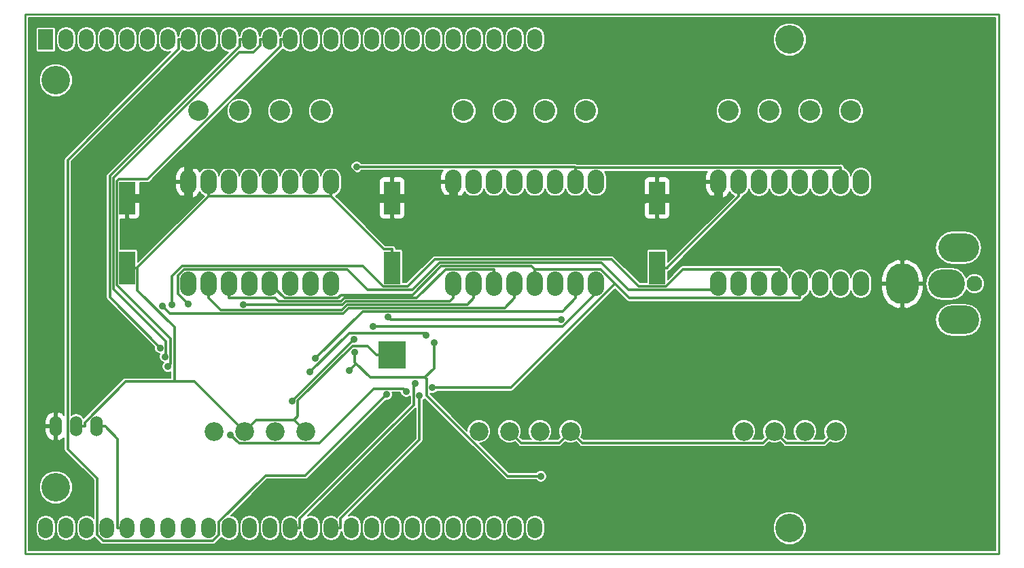
<source format=gtl>
%TF.GenerationSoftware,KiCad,Pcbnew,no-vcs-found-1929727~60~ubuntu16.04.1*%
%TF.CreationDate,2017-10-25T16:34:48-04:00*%
%TF.ProjectId,stepper_controller_5x3,737465707065725F636F6E74726F6C6C,1.1*%
%TF.SameCoordinates,Original*%
%TF.FileFunction,Copper,L1,Top,Signal*%
%TF.FilePolarity,Positive*%
%FSLAX46Y46*%
G04 Gerber Fmt 4.6, Leading zero omitted, Abs format (unit mm)*
G04 Created by KiCad (PCBNEW no-vcs-found-1929727~60~ubuntu16.04.1) date Wed Oct 25 16:34:48 2017*
%MOMM*%
%LPD*%
G01*
G04 APERTURE LIST*
%TA.AperFunction,NonConductor*%
%ADD10C,0.228600*%
%TD*%
%TA.AperFunction,ComponentPad*%
%ADD11O,2.032000X3.048000*%
%TD*%
%TA.AperFunction,SMDPad,CuDef*%
%ADD12R,2.000000X4.100000*%
%TD*%
%TA.AperFunction,ComponentPad*%
%ADD13O,1.854200X2.540000*%
%TD*%
%TA.AperFunction,ComponentPad*%
%ADD14C,3.556000*%
%TD*%
%TA.AperFunction,ComponentPad*%
%ADD15R,1.854200X2.540000*%
%TD*%
%TA.AperFunction,ComponentPad*%
%ADD16C,1.930400*%
%TD*%
%TA.AperFunction,ComponentPad*%
%ADD17O,4.572000X3.556000*%
%TD*%
%TA.AperFunction,ComponentPad*%
%ADD18O,4.064000X5.080000*%
%TD*%
%TA.AperFunction,ComponentPad*%
%ADD19O,5.080000X3.556000*%
%TD*%
%TA.AperFunction,ComponentPad*%
%ADD20C,2.540000*%
%TD*%
%TA.AperFunction,ComponentPad*%
%ADD21C,2.340000*%
%TD*%
%TA.AperFunction,ComponentPad*%
%ADD22R,3.400000X3.400000*%
%TD*%
%TA.AperFunction,ComponentPad*%
%ADD23O,1.524000X2.540000*%
%TD*%
%TA.AperFunction,ViaPad*%
%ADD24C,0.889000*%
%TD*%
%TA.AperFunction,Conductor*%
%ADD25C,0.304800*%
%TD*%
%TA.AperFunction,Conductor*%
%ADD26C,1.066800*%
%TD*%
%TA.AperFunction,Conductor*%
%ADD27C,0.203200*%
%TD*%
G04 APERTURE END LIST*
D10*
X191135000Y-71755000D02*
X69850000Y-71755000D01*
X191135000Y-139065000D02*
X191135000Y-71755000D01*
X69850000Y-139065000D02*
X191135000Y-139065000D01*
X69850000Y-71755000D02*
X69850000Y-139065000D01*
D11*
%TO.P,SS1,1*%
%TO.N,/tmc429_driver_0/DIR_0*%
X173990000Y-105410000D03*
%TO.P,SS1,2*%
%TO.N,/tmc429_driver_0/STEP_0*%
X171450000Y-105410000D03*
%TO.P,SS1,3*%
%TO.N,N/C*%
X168910000Y-105410000D03*
%TO.P,SS1,4*%
%TO.N,/MISO*%
X166370000Y-105410000D03*
%TO.P,SS1,5*%
%TO.N,/tmc429_driver_0/~CS_DRIVER_0_B*%
X163830000Y-105410000D03*
%TO.P,SS1,6*%
%TO.N,/tmc429_driver_0/SCK_B*%
X161290000Y-105410000D03*
%TO.P,SS1,7*%
%TO.N,/tmc429_driver_0/MOSI_B*%
X158750000Y-105410000D03*
%TO.P,SS1,8*%
%TO.N,/tmc429_driver_0/~ENABLE_0_B*%
X156210000Y-105410000D03*
%TO.P,SS1,9*%
%TO.N,VAA*%
X156210000Y-92710000D03*
%TO.P,SS1,10*%
%TO.N,GND*%
X158750000Y-92710000D03*
%TO.P,SS1,11*%
%TO.N,/tmc429_driver_0/stepper_0/B_-*%
X161290000Y-92710000D03*
%TO.P,SS1,12*%
%TO.N,/tmc429_driver_0/stepper_0/B_+*%
X163830000Y-92710000D03*
%TO.P,SS1,13*%
%TO.N,/tmc429_driver_0/stepper_0/A_+*%
X166370000Y-92710000D03*
%TO.P,SS1,14*%
%TO.N,/tmc429_driver_0/stepper_0/A_-*%
X168910000Y-92710000D03*
%TO.P,SS1,15*%
%TO.N,+5V*%
X171450000Y-92710000D03*
%TO.P,SS1,16*%
%TO.N,GND*%
X173990000Y-92710000D03*
%TD*%
%TO.P,SS2,1*%
%TO.N,/tmc429_driver_0/DIR_1*%
X140970000Y-105410000D03*
%TO.P,SS2,2*%
%TO.N,/tmc429_driver_0/STEP_1*%
X138430000Y-105410000D03*
%TO.P,SS2,3*%
%TO.N,N/C*%
X135890000Y-105410000D03*
%TO.P,SS2,4*%
%TO.N,/MISO*%
X133350000Y-105410000D03*
%TO.P,SS2,5*%
%TO.N,/tmc429_driver_0/~CS_DRIVER_1_B*%
X130810000Y-105410000D03*
%TO.P,SS2,6*%
%TO.N,/tmc429_driver_0/SCK_B*%
X128270000Y-105410000D03*
%TO.P,SS2,7*%
%TO.N,/tmc429_driver_0/MOSI_B*%
X125730000Y-105410000D03*
%TO.P,SS2,8*%
%TO.N,/tmc429_driver_0/~ENABLE_1_B*%
X123190000Y-105410000D03*
%TO.P,SS2,9*%
%TO.N,VAA*%
X123190000Y-92710000D03*
%TO.P,SS2,10*%
%TO.N,GND*%
X125730000Y-92710000D03*
%TO.P,SS2,11*%
%TO.N,/tmc429_driver_0/stepper_1/B_-*%
X128270000Y-92710000D03*
%TO.P,SS2,12*%
%TO.N,/tmc429_driver_0/stepper_1/B_+*%
X130810000Y-92710000D03*
%TO.P,SS2,13*%
%TO.N,/tmc429_driver_0/stepper_1/A_+*%
X133350000Y-92710000D03*
%TO.P,SS2,14*%
%TO.N,/tmc429_driver_0/stepper_1/A_-*%
X135890000Y-92710000D03*
%TO.P,SS2,15*%
%TO.N,+5V*%
X138430000Y-92710000D03*
%TO.P,SS2,16*%
%TO.N,GND*%
X140970000Y-92710000D03*
%TD*%
%TO.P,SS3,1*%
%TO.N,/tmc429_driver_0/DIR_2*%
X107950000Y-105410000D03*
%TO.P,SS3,2*%
%TO.N,/tmc429_driver_0/STEP_2*%
X105410000Y-105410000D03*
%TO.P,SS3,3*%
%TO.N,N/C*%
X102870000Y-105410000D03*
%TO.P,SS3,4*%
%TO.N,/MISO*%
X100330000Y-105410000D03*
%TO.P,SS3,5*%
%TO.N,/tmc429_driver_0/~CS_DRIVER_2_B*%
X97790000Y-105410000D03*
%TO.P,SS3,6*%
%TO.N,/tmc429_driver_0/SCK_B*%
X95250000Y-105410000D03*
%TO.P,SS3,7*%
%TO.N,/tmc429_driver_0/MOSI_B*%
X92710000Y-105410000D03*
%TO.P,SS3,8*%
%TO.N,/tmc429_driver_0/~ENABLE_2_B*%
X90170000Y-105410000D03*
%TO.P,SS3,9*%
%TO.N,VAA*%
X90170000Y-92710000D03*
%TO.P,SS3,10*%
%TO.N,GND*%
X92710000Y-92710000D03*
%TO.P,SS3,11*%
%TO.N,/tmc429_driver_0/stepper_2/B_-*%
X95250000Y-92710000D03*
%TO.P,SS3,12*%
%TO.N,/tmc429_driver_0/stepper_2/B_+*%
X97790000Y-92710000D03*
%TO.P,SS3,13*%
%TO.N,/tmc429_driver_0/stepper_2/A_+*%
X100330000Y-92710000D03*
%TO.P,SS3,14*%
%TO.N,/tmc429_driver_0/stepper_2/A_-*%
X102870000Y-92710000D03*
%TO.P,SS3,15*%
%TO.N,+5V*%
X105410000Y-92710000D03*
%TO.P,SS3,16*%
%TO.N,GND*%
X107950000Y-92710000D03*
%TD*%
D12*
%TO.P,C6,2*%
%TO.N,GND*%
X148590000Y-103410000D03*
%TO.P,C6,1*%
%TO.N,VAA*%
X148590000Y-94710000D03*
%TD*%
D13*
%TO.P,MDB1,46*%
%TO.N,N/C*%
X133350000Y-74930000D03*
%TO.P,MDB1,45*%
X130810000Y-74930000D03*
%TO.P,MDB1,30*%
X128270000Y-74930000D03*
%TO.P,MDB1,29*%
X125730000Y-74930000D03*
%TO.P,MDB1,44*%
X123190000Y-74930000D03*
%TO.P,MDB1,43*%
X120650000Y-74930000D03*
%TO.P,MDB1,47*%
X118110000Y-74930000D03*
%TO.P,MDB1,48*%
X115570000Y-74930000D03*
%TO.P,MDB1,49*%
X113030000Y-74930000D03*
%TO.P,MDB1,33*%
X133350000Y-135890000D03*
%TO.P,MDB1,34*%
X130810000Y-135890000D03*
%TO.P,MDB1,35*%
X128270000Y-135890000D03*
%TO.P,MDB1,36*%
X125730000Y-135890000D03*
%TO.P,MDB1,37*%
X123190000Y-135890000D03*
%TO.P,MDB1,38*%
X120650000Y-135890000D03*
%TO.P,MDB1,51*%
X118110000Y-135890000D03*
%TO.P,MDB1,DAC0*%
X115570000Y-135890000D03*
%TO.P,MDB1,DAC1*%
X113030000Y-135890000D03*
D14*
%TO.P,MDB1,*%
%TO.N,*%
X165100000Y-74930000D03*
X165100000Y-135890000D03*
X73660000Y-130810000D03*
X73660000Y-80010000D03*
D13*
%TO.P,MDB1,AREF*%
%TO.N,N/C*%
X72390000Y-135890000D03*
%TO.P,MDB1,VEE*%
X74930000Y-135890000D03*
%TO.P,MDB1,AGND*%
X77470000Y-135890000D03*
%TO.P,MDB1,3V3*%
%TO.N,+3V3*%
X80010000Y-135890000D03*
%TO.P,MDB1,23*%
%TO.N,+5V*%
X82550000Y-135890000D03*
%TO.P,MDB1,22*%
%TO.N,N/C*%
X85090000Y-135890000D03*
%TO.P,MDB1,21*%
X87630000Y-135890000D03*
%TO.P,MDB1,20*%
X90170000Y-135890000D03*
%TO.P,MDB1,19*%
X92710000Y-135890000D03*
%TO.P,MDB1,18*%
%TO.N,/CS_DRIVER_2*%
X95250000Y-135890000D03*
%TO.P,MDB1,17*%
%TO.N,/CS_DRIVER_1*%
X97790000Y-135890000D03*
%TO.P,MDB1,16*%
%TO.N,/CS_DRIVER_0*%
X100330000Y-135890000D03*
%TO.P,MDB1,15*%
%TO.N,/CS_429*%
X102870000Y-135890000D03*
%TO.P,MDB1,14*%
%TO.N,N/C*%
X105410000Y-135890000D03*
%TO.P,MDB1,13*%
%TO.N,/SCK*%
X107950000Y-135890000D03*
%TO.P,MDB1,53*%
%TO.N,N/C*%
X110490000Y-135890000D03*
%TO.P,MDB1,50*%
X110490000Y-74930000D03*
%TO.P,MDB1,12*%
%TO.N,/MISO*%
X107950000Y-74930000D03*
%TO.P,MDB1,11*%
%TO.N,/MOSI*%
X105410000Y-74930000D03*
%TO.P,MDB1,42*%
%TO.N,/ENABLE_2*%
X102870000Y-74930000D03*
%TO.P,MDB1,41*%
%TO.N,/ENABLE_1*%
X100330000Y-74930000D03*
%TO.P,MDB1,40*%
%TO.N,/ENABLE_0*%
X97790000Y-74930000D03*
%TO.P,MDB1,52*%
%TO.N,N/C*%
X95250000Y-74930000D03*
%TO.P,MDB1,6*%
%TO.N,/POSCOMP*%
X92710000Y-74930000D03*
%TO.P,MDB1,5*%
%TO.N,/INT*%
X90170000Y-74930000D03*
%TO.P,MDB1,54*%
%TO.N,N/C*%
X87630000Y-74930000D03*
%TO.P,MDB1,55*%
X85090000Y-74930000D03*
%TO.P,MDB1,2*%
X82550000Y-74930000D03*
%TO.P,MDB1,A11*%
X80010000Y-74930000D03*
D15*
%TO.P,MDB1,VDD*%
%TO.N,VDD*%
X72390000Y-74930000D03*
D13*
%TO.P,MDB1,A10*%
%TO.N,N/C*%
X77470000Y-74930000D03*
%TO.P,MDB1,GND*%
%TO.N,GND*%
X74930000Y-74930000D03*
%TD*%
D16*
%TO.P,P1,*%
%TO.N,*%
X188137800Y-105410000D03*
D17*
%TO.P,P1,2*%
%TO.N,GND*%
X184632600Y-105410000D03*
D18*
%TO.P,P1,1*%
%TO.N,VAA*%
X179146200Y-105410000D03*
D19*
%TO.P,P1,*%
%TO.N,*%
X186131200Y-100914200D03*
X186131200Y-109905800D03*
%TD*%
D20*
%TO.P,T1,3*%
%TO.N,/tmc429_driver_0/stepper_0/A_-F*%
X167640000Y-83820000D03*
%TO.P,T1,2*%
%TO.N,/tmc429_driver_0/stepper_0/B_+F*%
X162560000Y-83820000D03*
%TO.P,T1,1*%
%TO.N,/tmc429_driver_0/stepper_0/B_-F*%
X157480000Y-83820000D03*
%TO.P,T1,4*%
%TO.N,/tmc429_driver_0/stepper_0/A_+F*%
X172720000Y-83820000D03*
%TD*%
D21*
%TO.P,T2,4*%
%TO.N,GND*%
X170815000Y-123825000D03*
%TO.P,T2,1*%
%TO.N,/tmc429_driver_0/stepper_0/REF_B*%
X159385000Y-123825000D03*
%TO.P,T2,2*%
%TO.N,GND*%
X163195000Y-123825000D03*
%TO.P,T2,3*%
%TO.N,/tmc429_driver_0/stepper_0/REFR_B*%
X167005000Y-123825000D03*
%TD*%
D20*
%TO.P,T3,4*%
%TO.N,/tmc429_driver_0/stepper_1/A_+F*%
X139700000Y-83820000D03*
%TO.P,T3,1*%
%TO.N,/tmc429_driver_0/stepper_1/B_-F*%
X124460000Y-83820000D03*
%TO.P,T3,2*%
%TO.N,/tmc429_driver_0/stepper_1/B_+F*%
X129540000Y-83820000D03*
%TO.P,T3,3*%
%TO.N,/tmc429_driver_0/stepper_1/A_-F*%
X134620000Y-83820000D03*
%TD*%
D21*
%TO.P,T4,3*%
%TO.N,/tmc429_driver_0/stepper_1/REFR_B*%
X133985000Y-123825000D03*
%TO.P,T4,2*%
%TO.N,GND*%
X130175000Y-123825000D03*
%TO.P,T4,1*%
%TO.N,/tmc429_driver_0/stepper_1/REF_B*%
X126365000Y-123825000D03*
%TO.P,T4,4*%
%TO.N,GND*%
X137795000Y-123825000D03*
%TD*%
D20*
%TO.P,T5,3*%
%TO.N,/tmc429_driver_0/stepper_2/A_-F*%
X101600000Y-83820000D03*
%TO.P,T5,2*%
%TO.N,/tmc429_driver_0/stepper_2/B_+F*%
X96520000Y-83820000D03*
%TO.P,T5,1*%
%TO.N,/tmc429_driver_0/stepper_2/B_-F*%
X91440000Y-83820000D03*
%TO.P,T5,4*%
%TO.N,/tmc429_driver_0/stepper_2/A_+F*%
X106680000Y-83820000D03*
%TD*%
D21*
%TO.P,T6,3*%
%TO.N,/tmc429_driver_0/stepper_2/REFR_B*%
X100965000Y-123825000D03*
%TO.P,T6,2*%
%TO.N,GND*%
X97155000Y-123825000D03*
%TO.P,T6,1*%
%TO.N,/tmc429_driver_0/stepper_2/REF_B*%
X93345000Y-123825000D03*
%TO.P,T6,4*%
%TO.N,GND*%
X104775000Y-123825000D03*
%TD*%
D22*
%TO.P,U1,PAD*%
%TO.N,GND*%
X115570000Y-114300000D03*
%TD*%
D12*
%TO.P,C13,2*%
%TO.N,GND*%
X115570000Y-103410000D03*
%TO.P,C13,1*%
%TO.N,VAA*%
X115570000Y-94710000D03*
%TD*%
%TO.P,C20,1*%
%TO.N,VAA*%
X82550000Y-94710000D03*
%TO.P,C20,2*%
%TO.N,GND*%
X82550000Y-103410000D03*
%TD*%
D23*
%TO.P,REG1,2*%
%TO.N,GND*%
X76200000Y-123190000D03*
%TO.P,REG1,3*%
%TO.N,+5V*%
X78740000Y-123190000D03*
%TO.P,REG1,1*%
%TO.N,VAA*%
X73660000Y-123190000D03*
%TD*%
D24*
%TO.N,+3V3*%
X110889500Y-113925000D03*
X134070700Y-129409000D03*
X120796600Y-112734900D03*
X110186500Y-116267800D03*
%TO.N,/CS_429*%
X118420200Y-117845100D03*
%TO.N,/SCK*%
X118952300Y-119364200D03*
%TO.N,/MISO*%
X120535000Y-118361000D03*
%TO.N,/MOSI*%
X95426100Y-124254700D03*
X117302300Y-118847400D03*
%TO.N,/ENABLE_2*%
X87610700Y-115752400D03*
%TO.N,/ENABLE_1*%
X87274800Y-114496200D03*
%TO.N,/ENABLE_0*%
X86671000Y-113395200D03*
%TO.N,/INT*%
X114879700Y-119215100D03*
%TO.N,/tmc429_driver_0/DIR_1*%
X113140600Y-110748700D03*
%TO.N,/tmc429_driver_0/STEP_1*%
X105997200Y-114717200D03*
%TO.N,/tmc429_driver_0/REF_2*%
X105340700Y-116437800D03*
X119811500Y-111805400D03*
%TO.N,/tmc429_driver_0/REFR_2*%
X103095600Y-120032000D03*
X110783600Y-112344000D03*
%TO.N,/tmc429_driver_0/REFR_0*%
X136613600Y-109908200D03*
X115061300Y-109552300D03*
%TO.N,+5V*%
X111142900Y-90835200D03*
%TO.N,/tmc429_driver_0/~CS_DRIVER_0_B*%
X88110800Y-107977200D03*
%TO.N,/tmc429_driver_0/~ENABLE_0_B*%
X90173200Y-107937300D03*
%TO.N,/tmc429_driver_0/~CS_DRIVER_1_B*%
X86973100Y-108175400D03*
%TO.N,/tmc429_driver_0/~ENABLE_1_B*%
X97015900Y-107983400D03*
%TD*%
D25*
%TO.N,+3V3*%
X129913200Y-129409000D02*
X134070700Y-129409000D01*
X119831500Y-119327300D02*
X129913200Y-129409000D01*
X119831500Y-117286700D02*
X119831500Y-119327300D01*
X119644800Y-117100000D02*
X119831500Y-117286700D01*
X120796600Y-115948200D02*
X120796600Y-112734900D01*
X119644800Y-117100000D02*
X120796600Y-115948200D01*
X110889500Y-115187600D02*
X111078100Y-115376200D01*
X110889500Y-113925000D02*
X110889500Y-115187600D01*
X112801900Y-117100000D02*
X119644800Y-117100000D01*
X111078100Y-115376200D02*
X112801900Y-117100000D01*
X111078100Y-115376200D02*
X110186500Y-116267800D01*
%TO.N,GND*%
X149869400Y-103394000D02*
X149869400Y-103410000D01*
X158750000Y-94513400D02*
X149869400Y-103394000D01*
X158750000Y-92710000D02*
X158750000Y-94513400D01*
X148590000Y-103410000D02*
X149869400Y-103410000D01*
X115570000Y-114300000D02*
X113590600Y-114300000D01*
X103348600Y-122398600D02*
X104775000Y-123825000D01*
X92710000Y-92710000D02*
X92710000Y-94513400D01*
X164619400Y-125249400D02*
X163195000Y-123825000D01*
X169390600Y-125249400D02*
X164619400Y-125249400D01*
X170815000Y-123825000D02*
X169390600Y-125249400D01*
X98581400Y-122398600D02*
X103348600Y-122398600D01*
X97155000Y-123825000D02*
X98581400Y-122398600D01*
X112490500Y-113199900D02*
X113590600Y-114300000D01*
X110603900Y-113199900D02*
X112490500Y-113199900D01*
X103806300Y-119997500D02*
X110603900Y-113199900D01*
X103806300Y-121940900D02*
X103806300Y-119997500D01*
X103348600Y-122398600D02*
X103806300Y-121940900D01*
X82550000Y-103410000D02*
X83829400Y-103410000D01*
X114517200Y-101080600D02*
X115570000Y-101080600D01*
X107950000Y-94513400D02*
X114517200Y-101080600D01*
X107950000Y-92710000D02*
X107950000Y-94513400D01*
X115570000Y-103410000D02*
X115570000Y-101080600D01*
X92710000Y-94513400D02*
X107950000Y-94513400D01*
X136370600Y-125249400D02*
X137795000Y-123825000D01*
X131599400Y-125249400D02*
X136370600Y-125249400D01*
X130175000Y-123825000D02*
X131599400Y-125249400D01*
X161770600Y-125249400D02*
X163195000Y-123825000D01*
X139219400Y-125249400D02*
X161770600Y-125249400D01*
X137795000Y-123825000D02*
X139219400Y-125249400D01*
X83829400Y-103394000D02*
X83829400Y-103410000D01*
X92710000Y-94513400D02*
X83829400Y-103394000D01*
X76200000Y-123190000D02*
X77241400Y-123190000D01*
X88425600Y-110797100D02*
X88425600Y-117577600D01*
X83829400Y-106200900D02*
X88425600Y-110797100D01*
X83829400Y-103410000D02*
X83829400Y-106200900D01*
X90907600Y-117577600D02*
X88425600Y-117577600D01*
X97155000Y-123825000D02*
X90907600Y-117577600D01*
X77241400Y-122720200D02*
X77241400Y-123190000D01*
X82384000Y-117577600D02*
X77241400Y-122720200D01*
X88425600Y-117577600D02*
X82384000Y-117577600D01*
D26*
%TO.N,VAA*%
X115570000Y-94710000D02*
X117230400Y-94710000D01*
X150434800Y-94894400D02*
X156210000Y-94894400D01*
X150250400Y-94710000D02*
X150434800Y-94894400D01*
X156210000Y-92710000D02*
X156210000Y-94894400D01*
X148590000Y-94710000D02*
X150250400Y-94710000D01*
X123190000Y-92710000D02*
X123190000Y-94805500D01*
X146768700Y-94870900D02*
X146929600Y-94710000D01*
X123255400Y-94870900D02*
X146768700Y-94870900D01*
X123190000Y-94805500D02*
X123255400Y-94870900D01*
X148590000Y-94710000D02*
X146929600Y-94710000D01*
X117325900Y-94805500D02*
X123190000Y-94805500D01*
X117230400Y-94710000D02*
X117325900Y-94805500D01*
X115570000Y-94710000D02*
X113909600Y-94710000D01*
X113490700Y-94710000D02*
X113909600Y-94710000D01*
X109306300Y-90525600D02*
X113490700Y-94710000D01*
X90170000Y-90525600D02*
X109306300Y-90525600D01*
X90170000Y-92630500D02*
X90170000Y-90525600D01*
X90170000Y-92630500D02*
X90170000Y-92710000D01*
X84394800Y-94894400D02*
X84210400Y-94710000D01*
X90170000Y-94894400D02*
X84394800Y-94894400D01*
X90170000Y-92710000D02*
X90170000Y-94894400D01*
X82550000Y-94710000D02*
X84210400Y-94710000D01*
D25*
%TO.N,/CS_429*%
X102870000Y-135890000D02*
X104076500Y-135890000D01*
X104076500Y-134683500D02*
X104076500Y-135890000D01*
X118253500Y-120506500D02*
X104076500Y-134683500D01*
X118253500Y-118011800D02*
X118253500Y-120506500D01*
X118420200Y-117845100D02*
X118253500Y-118011800D01*
%TO.N,/SCK*%
X118952300Y-124887700D02*
X118952300Y-119364200D01*
X109156500Y-134683500D02*
X118952300Y-124887700D01*
X109156500Y-135890000D02*
X109156500Y-134683500D01*
X107950000Y-135890000D02*
X109156500Y-135890000D01*
%TO.N,/MISO*%
X166370000Y-105410000D02*
X166370000Y-107213400D01*
X130379500Y-118361000D02*
X120535000Y-118361000D01*
X143324800Y-105415700D02*
X130379500Y-118361000D01*
X145122400Y-107213400D02*
X143324800Y-105415700D01*
X166370000Y-107213400D02*
X145122400Y-107213400D01*
X133886500Y-103606600D02*
X133350000Y-103606600D01*
X133911600Y-103631700D02*
X133886500Y-103606600D01*
X141540700Y-103631700D02*
X133911600Y-103631700D01*
X143324800Y-105415700D02*
X141540700Y-103631700D01*
X133350000Y-105410000D02*
X133350000Y-103606600D01*
X132936400Y-103193000D02*
X133350000Y-103606600D01*
X121686800Y-103193000D02*
X132936400Y-103193000D01*
X118073200Y-106806600D02*
X121686800Y-103193000D01*
X109220400Y-106806600D02*
X118073200Y-106806600D01*
X108813600Y-107213400D02*
X109220400Y-106806600D01*
X102133400Y-107213400D02*
X108813600Y-107213400D01*
X100330000Y-105410000D02*
X102133400Y-107213400D01*
%TO.N,/MOSI*%
X96479200Y-125307800D02*
X95426100Y-124254700D01*
X106506600Y-125307800D02*
X96479200Y-125307800D01*
X113298100Y-118516300D02*
X106506600Y-125307800D01*
X116971200Y-118516300D02*
X113298100Y-118516300D01*
X117302300Y-118847400D02*
X116971200Y-118516300D01*
%TO.N,/ENABLE_2*%
X102870000Y-74930000D02*
X101663500Y-74930000D01*
X101663500Y-75772800D02*
X101663500Y-74930000D01*
X85088500Y-92347800D02*
X101663500Y-75772800D01*
X81502300Y-92347800D02*
X85088500Y-92347800D01*
X81254400Y-92595700D02*
X81502300Y-92347800D01*
X81254400Y-105565700D02*
X81254400Y-92595700D01*
X87973600Y-112284900D02*
X81254400Y-105565700D01*
X87973600Y-115389500D02*
X87973600Y-112284900D01*
X87610700Y-115752400D02*
X87973600Y-115389500D01*
%TO.N,/ENABLE_1*%
X100330000Y-74930000D02*
X99123500Y-74930000D01*
X99123500Y-75667400D02*
X99123500Y-74930000D01*
X98259900Y-76531000D02*
X99123500Y-75667400D01*
X96473600Y-76531000D02*
X98259900Y-76531000D01*
X80809700Y-92194900D02*
X96473600Y-76531000D01*
X80809700Y-106028600D02*
X80809700Y-92194900D01*
X87369800Y-112588700D02*
X80809700Y-106028600D01*
X87369800Y-114401200D02*
X87369800Y-112588700D01*
X87274800Y-114496200D02*
X87369800Y-114401200D01*
%TO.N,/ENABLE_0*%
X96583500Y-75768700D02*
X96583500Y-74930000D01*
X80380300Y-91971900D02*
X96583500Y-75768700D01*
X80380300Y-107104500D02*
X80380300Y-91971900D01*
X86671000Y-113395200D02*
X80380300Y-107104500D01*
X97790000Y-74930000D02*
X96583500Y-74930000D01*
%TO.N,/INT*%
X90170000Y-74930000D02*
X88963500Y-74930000D01*
X104749800Y-129345000D02*
X114879700Y-119215100D01*
X99776800Y-129345000D02*
X104749800Y-129345000D01*
X93980000Y-135141800D02*
X99776800Y-129345000D01*
X93980000Y-136704300D02*
X93980000Y-135141800D01*
X93207500Y-137476800D02*
X93980000Y-136704300D01*
X79580300Y-137476800D02*
X93207500Y-137476800D01*
X78804600Y-136701100D02*
X79580300Y-137476800D01*
X78804600Y-129695500D02*
X78804600Y-136701100D01*
X75139700Y-126030600D02*
X78804600Y-129695500D01*
X75139700Y-89960300D02*
X75139700Y-126030600D01*
X88963500Y-76136500D02*
X75139700Y-89960300D01*
X88963500Y-74930000D02*
X88963500Y-76136500D01*
%TO.N,/tmc429_driver_0/DIR_1*%
X140970000Y-106548800D02*
X140970000Y-105410000D01*
X136770100Y-110748700D02*
X140970000Y-106548800D01*
X113140600Y-110748700D02*
X136770100Y-110748700D01*
%TO.N,/tmc429_driver_0/STEP_1*%
X138430000Y-105410000D02*
X138430000Y-107213400D01*
X136802700Y-108840700D02*
X138430000Y-107213400D01*
X111873700Y-108840700D02*
X136802700Y-108840700D01*
X105997200Y-114717200D02*
X111873700Y-108840700D01*
%TO.N,/tmc429_driver_0/REF_2*%
X119609300Y-111603200D02*
X119811500Y-111805400D01*
X110175300Y-111603200D02*
X119609300Y-111603200D01*
X105340700Y-116437800D02*
X110175300Y-111603200D01*
%TO.N,/tmc429_driver_0/REFR_2*%
X103095600Y-120032000D02*
X110783600Y-112344000D01*
%TO.N,/tmc429_driver_0/REFR_0*%
X115417200Y-109908200D02*
X136613600Y-109908200D01*
X115061300Y-109552300D02*
X115417200Y-109908200D01*
%TO.N,+5V*%
X81343500Y-124752100D02*
X81343500Y-135890000D01*
X79781400Y-123190000D02*
X81343500Y-124752100D01*
X82550000Y-135890000D02*
X81343500Y-135890000D01*
X78740000Y-123190000D02*
X79781400Y-123190000D01*
X138430000Y-92710000D02*
X138430000Y-91020800D01*
X171450000Y-92710000D02*
X171450000Y-90906600D01*
X138333600Y-90835200D02*
X138430000Y-90931600D01*
X111142900Y-90835200D02*
X138333600Y-90835200D01*
X138430000Y-91020800D02*
X138430000Y-90931600D01*
X171425000Y-90931600D02*
X171450000Y-90906600D01*
X138430000Y-90931600D02*
X171425000Y-90931600D01*
%TO.N,/tmc429_driver_0/~CS_DRIVER_0_B*%
X163830000Y-105410000D02*
X163830000Y-103606600D01*
X88110800Y-104485500D02*
X88110800Y-107977200D01*
X89390100Y-103206200D02*
X88110800Y-104485500D01*
X111916400Y-103206200D02*
X89390100Y-103206200D01*
X114425000Y-105714800D02*
X111916400Y-103206200D01*
X117516900Y-105714800D02*
X114425000Y-105714800D01*
X120852100Y-102379600D02*
X117516900Y-105714800D01*
X142916500Y-102379600D02*
X120852100Y-102379600D01*
X146251200Y-105714300D02*
X142916500Y-102379600D01*
X149695400Y-105714300D02*
X146251200Y-105714300D01*
X151803100Y-103606600D02*
X149695400Y-105714300D01*
X163830000Y-103606600D02*
X151803100Y-103606600D01*
%TO.N,/tmc429_driver_0/SCK_B*%
X95250000Y-105410000D02*
X95250000Y-107213400D01*
X128270000Y-105410000D02*
X128270000Y-103606600D01*
X122197900Y-103606600D02*
X128270000Y-103606600D01*
X118591100Y-107213400D02*
X122197900Y-103606600D01*
X109592200Y-107213400D02*
X118591100Y-107213400D01*
X109185500Y-107620100D02*
X109592200Y-107213400D01*
X101424700Y-107620100D02*
X109185500Y-107620100D01*
X101018000Y-107213400D02*
X101424700Y-107620100D01*
X95250000Y-107213400D02*
X101018000Y-107213400D01*
%TO.N,/tmc429_driver_0/MOSI_B*%
X92710000Y-105410000D02*
X92710000Y-107213400D01*
X125730000Y-105410000D02*
X125730000Y-107213400D01*
X124916300Y-108027100D02*
X125730000Y-107213400D01*
X109928700Y-108027100D02*
X124916300Y-108027100D01*
X109262700Y-108693100D02*
X109928700Y-108027100D01*
X94189700Y-108693100D02*
X109262700Y-108693100D01*
X92710000Y-107213400D02*
X94189700Y-108693100D01*
%TO.N,/tmc429_driver_0/~ENABLE_0_B*%
X88873600Y-106637700D02*
X90173200Y-107937300D01*
X88873600Y-104371200D02*
X88873600Y-106637700D01*
X89631700Y-103613100D02*
X88873600Y-104371200D01*
X109989800Y-103613100D02*
X89631700Y-103613100D01*
X112515200Y-106138500D02*
X109989800Y-103613100D01*
X118131400Y-106138500D02*
X112515200Y-106138500D01*
X121483600Y-102786300D02*
X118131400Y-106138500D01*
X141656100Y-102786300D02*
X121483600Y-102786300D01*
X144990900Y-106121100D02*
X141656100Y-102786300D01*
X155498900Y-106121100D02*
X144990900Y-106121100D01*
X156210000Y-105410000D02*
X155498900Y-106121100D01*
%TO.N,/tmc429_driver_0/~CS_DRIVER_1_B*%
X130810000Y-105410000D02*
X130810000Y-107213400D01*
X129589500Y-108433900D02*
X130810000Y-107213400D01*
X110097000Y-108433900D02*
X129589500Y-108433900D01*
X109431000Y-109099900D02*
X110097000Y-108433900D01*
X87897600Y-109099900D02*
X109431000Y-109099900D01*
X86973100Y-108175400D02*
X87897600Y-109099900D01*
%TO.N,/tmc429_driver_0/~ENABLE_1_B*%
X123190000Y-105410000D02*
X123190000Y-107213400D01*
X122783000Y-107620400D02*
X123190000Y-107213400D01*
X109760300Y-107620400D02*
X122783000Y-107620400D01*
X109353900Y-108026800D02*
X109760300Y-107620400D01*
X97059300Y-108026800D02*
X109353900Y-108026800D01*
X97015900Y-107983400D02*
X97059300Y-108026800D01*
%TD*%
D27*
%TO.N,VAA*%
G36*
X190715900Y-138645900D02*
X70269100Y-138645900D01*
X70269100Y-135516248D01*
X71158100Y-135516248D01*
X71158100Y-136263752D01*
X71251873Y-136735180D01*
X71518915Y-137134837D01*
X71918572Y-137401879D01*
X72390000Y-137495652D01*
X72861428Y-137401879D01*
X73261085Y-137134837D01*
X73528127Y-136735180D01*
X73621900Y-136263752D01*
X73621900Y-135516248D01*
X73698100Y-135516248D01*
X73698100Y-136263752D01*
X73791873Y-136735180D01*
X74058915Y-137134837D01*
X74458572Y-137401879D01*
X74930000Y-137495652D01*
X75401428Y-137401879D01*
X75801085Y-137134837D01*
X76068127Y-136735180D01*
X76161900Y-136263752D01*
X76161900Y-135516248D01*
X76068127Y-135044820D01*
X75801085Y-134645163D01*
X75401428Y-134378121D01*
X74930000Y-134284348D01*
X74458572Y-134378121D01*
X74058915Y-134645163D01*
X73791873Y-135044820D01*
X73698100Y-135516248D01*
X73621900Y-135516248D01*
X73528127Y-135044820D01*
X73261085Y-134645163D01*
X72861428Y-134378121D01*
X72390000Y-134284348D01*
X71918572Y-134378121D01*
X71518915Y-134645163D01*
X71251873Y-135044820D01*
X71158100Y-135516248D01*
X70269100Y-135516248D01*
X70269100Y-131222477D01*
X71576840Y-131222477D01*
X71893259Y-131988270D01*
X72478648Y-132574682D01*
X73243888Y-132892437D01*
X74072477Y-132893160D01*
X74838270Y-132576741D01*
X75424682Y-131991352D01*
X75742437Y-131226112D01*
X75743160Y-130397523D01*
X75426741Y-129631730D01*
X74841352Y-129045318D01*
X74076112Y-128727563D01*
X73247523Y-128726840D01*
X72481730Y-129043259D01*
X71895318Y-129628648D01*
X71577563Y-130393888D01*
X71576840Y-131222477D01*
X70269100Y-131222477D01*
X70269100Y-123342400D01*
X72288400Y-123342400D01*
X72288400Y-123850400D01*
X72451128Y-124363688D01*
X72797896Y-124775631D01*
X73296239Y-125020484D01*
X73507600Y-124907637D01*
X73507600Y-123342400D01*
X72288400Y-123342400D01*
X70269100Y-123342400D01*
X70269100Y-122529600D01*
X72288400Y-122529600D01*
X72288400Y-123037600D01*
X73507600Y-123037600D01*
X73507600Y-121472363D01*
X73812400Y-121472363D01*
X73812400Y-123037600D01*
X73832400Y-123037600D01*
X73832400Y-123342400D01*
X73812400Y-123342400D01*
X73812400Y-124907637D01*
X74023761Y-125020484D01*
X74522104Y-124775631D01*
X74682500Y-124585089D01*
X74682500Y-126030600D01*
X74717302Y-126205563D01*
X74816411Y-126353889D01*
X78347400Y-129884878D01*
X78347400Y-134654614D01*
X78341085Y-134645163D01*
X77941428Y-134378121D01*
X77470000Y-134284348D01*
X76998572Y-134378121D01*
X76598915Y-134645163D01*
X76331873Y-135044820D01*
X76238100Y-135516248D01*
X76238100Y-136263752D01*
X76331873Y-136735180D01*
X76598915Y-137134837D01*
X76998572Y-137401879D01*
X77470000Y-137495652D01*
X77941428Y-137401879D01*
X78341085Y-137134837D01*
X78448097Y-136974682D01*
X78481311Y-137024389D01*
X79257010Y-137800089D01*
X79405337Y-137899198D01*
X79580300Y-137934000D01*
X93207500Y-137934000D01*
X93382463Y-137899198D01*
X93530789Y-137800089D01*
X94303289Y-137027589D01*
X94305272Y-137024622D01*
X94378915Y-137134837D01*
X94778572Y-137401879D01*
X95250000Y-137495652D01*
X95721428Y-137401879D01*
X96121085Y-137134837D01*
X96388127Y-136735180D01*
X96481900Y-136263752D01*
X96481900Y-135516248D01*
X96558100Y-135516248D01*
X96558100Y-136263752D01*
X96651873Y-136735180D01*
X96918915Y-137134837D01*
X97318572Y-137401879D01*
X97790000Y-137495652D01*
X98261428Y-137401879D01*
X98661085Y-137134837D01*
X98928127Y-136735180D01*
X99021900Y-136263752D01*
X99021900Y-135516248D01*
X99098100Y-135516248D01*
X99098100Y-136263752D01*
X99191873Y-136735180D01*
X99458915Y-137134837D01*
X99858572Y-137401879D01*
X100330000Y-137495652D01*
X100801428Y-137401879D01*
X101201085Y-137134837D01*
X101468127Y-136735180D01*
X101561900Y-136263752D01*
X101561900Y-135516248D01*
X101468127Y-135044820D01*
X101201085Y-134645163D01*
X100801428Y-134378121D01*
X100330000Y-134284348D01*
X99858572Y-134378121D01*
X99458915Y-134645163D01*
X99191873Y-135044820D01*
X99098100Y-135516248D01*
X99021900Y-135516248D01*
X98928127Y-135044820D01*
X98661085Y-134645163D01*
X98261428Y-134378121D01*
X97790000Y-134284348D01*
X97318572Y-134378121D01*
X96918915Y-134645163D01*
X96651873Y-135044820D01*
X96558100Y-135516248D01*
X96481900Y-135516248D01*
X96388127Y-135044820D01*
X96121085Y-134645163D01*
X95721428Y-134378121D01*
X95445202Y-134323176D01*
X99966178Y-129802200D01*
X104749800Y-129802200D01*
X104924763Y-129767398D01*
X105073089Y-129668289D01*
X114777067Y-119964311D01*
X115028091Y-119964530D01*
X115303590Y-119850696D01*
X115514556Y-119640099D01*
X115628870Y-119364799D01*
X115629130Y-119066709D01*
X115590617Y-118973500D01*
X116552889Y-118973500D01*
X116552870Y-118995791D01*
X116666704Y-119271290D01*
X116877301Y-119482256D01*
X117152601Y-119596570D01*
X117450691Y-119596830D01*
X117726190Y-119482996D01*
X117796300Y-119413009D01*
X117796300Y-120317122D01*
X103753211Y-134360211D01*
X103654102Y-134508537D01*
X103640318Y-134577833D01*
X103341428Y-134378121D01*
X102870000Y-134284348D01*
X102398572Y-134378121D01*
X101998915Y-134645163D01*
X101731873Y-135044820D01*
X101638100Y-135516248D01*
X101638100Y-136263752D01*
X101731873Y-136735180D01*
X101998915Y-137134837D01*
X102398572Y-137401879D01*
X102870000Y-137495652D01*
X103341428Y-137401879D01*
X103741085Y-137134837D01*
X104008127Y-136735180D01*
X104085664Y-136345377D01*
X104190200Y-136324584D01*
X104271873Y-136735180D01*
X104538915Y-137134837D01*
X104938572Y-137401879D01*
X105410000Y-137495652D01*
X105881428Y-137401879D01*
X106281085Y-137134837D01*
X106548127Y-136735180D01*
X106641900Y-136263752D01*
X106641900Y-135516248D01*
X106548127Y-135044820D01*
X106281085Y-134645163D01*
X105881428Y-134378121D01*
X105410000Y-134284348D01*
X105050776Y-134355802D01*
X118495100Y-120911478D01*
X118495100Y-124698322D01*
X108833211Y-134360211D01*
X108734102Y-134508537D01*
X108720318Y-134577833D01*
X108421428Y-134378121D01*
X107950000Y-134284348D01*
X107478572Y-134378121D01*
X107078915Y-134645163D01*
X106811873Y-135044820D01*
X106718100Y-135516248D01*
X106718100Y-136263752D01*
X106811873Y-136735180D01*
X107078915Y-137134837D01*
X107478572Y-137401879D01*
X107950000Y-137495652D01*
X108421428Y-137401879D01*
X108821085Y-137134837D01*
X109088127Y-136735180D01*
X109165664Y-136345377D01*
X109270200Y-136324584D01*
X109351873Y-136735180D01*
X109618915Y-137134837D01*
X110018572Y-137401879D01*
X110490000Y-137495652D01*
X110961428Y-137401879D01*
X111361085Y-137134837D01*
X111628127Y-136735180D01*
X111721900Y-136263752D01*
X111721900Y-135516248D01*
X111798100Y-135516248D01*
X111798100Y-136263752D01*
X111891873Y-136735180D01*
X112158915Y-137134837D01*
X112558572Y-137401879D01*
X113030000Y-137495652D01*
X113501428Y-137401879D01*
X113901085Y-137134837D01*
X114168127Y-136735180D01*
X114261900Y-136263752D01*
X114261900Y-135516248D01*
X114338100Y-135516248D01*
X114338100Y-136263752D01*
X114431873Y-136735180D01*
X114698915Y-137134837D01*
X115098572Y-137401879D01*
X115570000Y-137495652D01*
X116041428Y-137401879D01*
X116441085Y-137134837D01*
X116708127Y-136735180D01*
X116801900Y-136263752D01*
X116801900Y-135516248D01*
X116878100Y-135516248D01*
X116878100Y-136263752D01*
X116971873Y-136735180D01*
X117238915Y-137134837D01*
X117638572Y-137401879D01*
X118110000Y-137495652D01*
X118581428Y-137401879D01*
X118981085Y-137134837D01*
X119248127Y-136735180D01*
X119341900Y-136263752D01*
X119341900Y-135516248D01*
X119418100Y-135516248D01*
X119418100Y-136263752D01*
X119511873Y-136735180D01*
X119778915Y-137134837D01*
X120178572Y-137401879D01*
X120650000Y-137495652D01*
X121121428Y-137401879D01*
X121521085Y-137134837D01*
X121788127Y-136735180D01*
X121881900Y-136263752D01*
X121881900Y-135516248D01*
X121958100Y-135516248D01*
X121958100Y-136263752D01*
X122051873Y-136735180D01*
X122318915Y-137134837D01*
X122718572Y-137401879D01*
X123190000Y-137495652D01*
X123661428Y-137401879D01*
X124061085Y-137134837D01*
X124328127Y-136735180D01*
X124421900Y-136263752D01*
X124421900Y-135516248D01*
X124498100Y-135516248D01*
X124498100Y-136263752D01*
X124591873Y-136735180D01*
X124858915Y-137134837D01*
X125258572Y-137401879D01*
X125730000Y-137495652D01*
X126201428Y-137401879D01*
X126601085Y-137134837D01*
X126868127Y-136735180D01*
X126961900Y-136263752D01*
X126961900Y-135516248D01*
X127038100Y-135516248D01*
X127038100Y-136263752D01*
X127131873Y-136735180D01*
X127398915Y-137134837D01*
X127798572Y-137401879D01*
X128270000Y-137495652D01*
X128741428Y-137401879D01*
X129141085Y-137134837D01*
X129408127Y-136735180D01*
X129501900Y-136263752D01*
X129501900Y-135516248D01*
X129578100Y-135516248D01*
X129578100Y-136263752D01*
X129671873Y-136735180D01*
X129938915Y-137134837D01*
X130338572Y-137401879D01*
X130810000Y-137495652D01*
X131281428Y-137401879D01*
X131681085Y-137134837D01*
X131948127Y-136735180D01*
X132041900Y-136263752D01*
X132041900Y-135516248D01*
X132118100Y-135516248D01*
X132118100Y-136263752D01*
X132211873Y-136735180D01*
X132478915Y-137134837D01*
X132878572Y-137401879D01*
X133350000Y-137495652D01*
X133821428Y-137401879D01*
X134221085Y-137134837D01*
X134488127Y-136735180D01*
X134574197Y-136302477D01*
X163016840Y-136302477D01*
X163333259Y-137068270D01*
X163918648Y-137654682D01*
X164683888Y-137972437D01*
X165512477Y-137973160D01*
X166278270Y-137656741D01*
X166864682Y-137071352D01*
X167182437Y-136306112D01*
X167183160Y-135477523D01*
X166866741Y-134711730D01*
X166281352Y-134125318D01*
X165516112Y-133807563D01*
X164687523Y-133806840D01*
X163921730Y-134123259D01*
X163335318Y-134708648D01*
X163017563Y-135473888D01*
X163016840Y-136302477D01*
X134574197Y-136302477D01*
X134581900Y-136263752D01*
X134581900Y-135516248D01*
X134488127Y-135044820D01*
X134221085Y-134645163D01*
X133821428Y-134378121D01*
X133350000Y-134284348D01*
X132878572Y-134378121D01*
X132478915Y-134645163D01*
X132211873Y-135044820D01*
X132118100Y-135516248D01*
X132041900Y-135516248D01*
X131948127Y-135044820D01*
X131681085Y-134645163D01*
X131281428Y-134378121D01*
X130810000Y-134284348D01*
X130338572Y-134378121D01*
X129938915Y-134645163D01*
X129671873Y-135044820D01*
X129578100Y-135516248D01*
X129501900Y-135516248D01*
X129408127Y-135044820D01*
X129141085Y-134645163D01*
X128741428Y-134378121D01*
X128270000Y-134284348D01*
X127798572Y-134378121D01*
X127398915Y-134645163D01*
X127131873Y-135044820D01*
X127038100Y-135516248D01*
X126961900Y-135516248D01*
X126868127Y-135044820D01*
X126601085Y-134645163D01*
X126201428Y-134378121D01*
X125730000Y-134284348D01*
X125258572Y-134378121D01*
X124858915Y-134645163D01*
X124591873Y-135044820D01*
X124498100Y-135516248D01*
X124421900Y-135516248D01*
X124328127Y-135044820D01*
X124061085Y-134645163D01*
X123661428Y-134378121D01*
X123190000Y-134284348D01*
X122718572Y-134378121D01*
X122318915Y-134645163D01*
X122051873Y-135044820D01*
X121958100Y-135516248D01*
X121881900Y-135516248D01*
X121788127Y-135044820D01*
X121521085Y-134645163D01*
X121121428Y-134378121D01*
X120650000Y-134284348D01*
X120178572Y-134378121D01*
X119778915Y-134645163D01*
X119511873Y-135044820D01*
X119418100Y-135516248D01*
X119341900Y-135516248D01*
X119248127Y-135044820D01*
X118981085Y-134645163D01*
X118581428Y-134378121D01*
X118110000Y-134284348D01*
X117638572Y-134378121D01*
X117238915Y-134645163D01*
X116971873Y-135044820D01*
X116878100Y-135516248D01*
X116801900Y-135516248D01*
X116708127Y-135044820D01*
X116441085Y-134645163D01*
X116041428Y-134378121D01*
X115570000Y-134284348D01*
X115098572Y-134378121D01*
X114698915Y-134645163D01*
X114431873Y-135044820D01*
X114338100Y-135516248D01*
X114261900Y-135516248D01*
X114168127Y-135044820D01*
X113901085Y-134645163D01*
X113501428Y-134378121D01*
X113030000Y-134284348D01*
X112558572Y-134378121D01*
X112158915Y-134645163D01*
X111891873Y-135044820D01*
X111798100Y-135516248D01*
X111721900Y-135516248D01*
X111628127Y-135044820D01*
X111361085Y-134645163D01*
X110961428Y-134378121D01*
X110490000Y-134284348D01*
X110130776Y-134355802D01*
X119275589Y-125210989D01*
X119374698Y-125062663D01*
X119409500Y-124887700D01*
X119409500Y-119966544D01*
X119587156Y-119789199D01*
X119604662Y-119747040D01*
X129589911Y-129732289D01*
X129738237Y-129831398D01*
X129913200Y-129866200D01*
X133468356Y-129866200D01*
X133645701Y-130043856D01*
X133921001Y-130158170D01*
X134219091Y-130158430D01*
X134494590Y-130044596D01*
X134705556Y-129833999D01*
X134819870Y-129558699D01*
X134820130Y-129260609D01*
X134706296Y-128985110D01*
X134495699Y-128774144D01*
X134220399Y-128659830D01*
X133922309Y-128659570D01*
X133646810Y-128773404D01*
X133468101Y-128951800D01*
X130102578Y-128951800D01*
X126450653Y-125299875D01*
X126657069Y-125300055D01*
X127199316Y-125076004D01*
X127614546Y-124661498D01*
X127839543Y-124119643D01*
X127839545Y-124117069D01*
X128699945Y-124117069D01*
X128923996Y-124659316D01*
X129338502Y-125074546D01*
X129880357Y-125299543D01*
X130467069Y-125300055D01*
X130846641Y-125143219D01*
X131276111Y-125572689D01*
X131424437Y-125671798D01*
X131599400Y-125706600D01*
X136370600Y-125706600D01*
X136545563Y-125671798D01*
X136693889Y-125572689D01*
X137123513Y-125143065D01*
X137500357Y-125299543D01*
X138087069Y-125300055D01*
X138466641Y-125143219D01*
X138896111Y-125572689D01*
X139044437Y-125671798D01*
X139219400Y-125706600D01*
X161770600Y-125706600D01*
X161945563Y-125671798D01*
X162093889Y-125572689D01*
X162523513Y-125143065D01*
X162900357Y-125299543D01*
X163487069Y-125300055D01*
X163866641Y-125143219D01*
X164296111Y-125572689D01*
X164444437Y-125671798D01*
X164619400Y-125706600D01*
X169390600Y-125706600D01*
X169565563Y-125671798D01*
X169713889Y-125572689D01*
X170143513Y-125143065D01*
X170520357Y-125299543D01*
X171107069Y-125300055D01*
X171649316Y-125076004D01*
X172064546Y-124661498D01*
X172289543Y-124119643D01*
X172290055Y-123532931D01*
X172066004Y-122990684D01*
X171651498Y-122575454D01*
X171109643Y-122350457D01*
X170522931Y-122349945D01*
X169980684Y-122573996D01*
X169565454Y-122988502D01*
X169340457Y-123530357D01*
X169339945Y-124117069D01*
X169496781Y-124496641D01*
X169201222Y-124792200D01*
X168123616Y-124792200D01*
X168254546Y-124661498D01*
X168479543Y-124119643D01*
X168480055Y-123532931D01*
X168256004Y-122990684D01*
X167841498Y-122575454D01*
X167299643Y-122350457D01*
X166712931Y-122349945D01*
X166170684Y-122573996D01*
X165755454Y-122988502D01*
X165530457Y-123530357D01*
X165529945Y-124117069D01*
X165753996Y-124659316D01*
X165886648Y-124792200D01*
X164808778Y-124792200D01*
X164513065Y-124496487D01*
X164669543Y-124119643D01*
X164670055Y-123532931D01*
X164446004Y-122990684D01*
X164031498Y-122575454D01*
X163489643Y-122350457D01*
X162902931Y-122349945D01*
X162360684Y-122573996D01*
X161945454Y-122988502D01*
X161720457Y-123530357D01*
X161719945Y-124117069D01*
X161876781Y-124496641D01*
X161581222Y-124792200D01*
X160503616Y-124792200D01*
X160634546Y-124661498D01*
X160859543Y-124119643D01*
X160860055Y-123532931D01*
X160636004Y-122990684D01*
X160221498Y-122575454D01*
X159679643Y-122350457D01*
X159092931Y-122349945D01*
X158550684Y-122573996D01*
X158135454Y-122988502D01*
X157910457Y-123530357D01*
X157909945Y-124117069D01*
X158133996Y-124659316D01*
X158266648Y-124792200D01*
X139408778Y-124792200D01*
X139113065Y-124496487D01*
X139269543Y-124119643D01*
X139270055Y-123532931D01*
X139046004Y-122990684D01*
X138631498Y-122575454D01*
X138089643Y-122350457D01*
X137502931Y-122349945D01*
X136960684Y-122573996D01*
X136545454Y-122988502D01*
X136320457Y-123530357D01*
X136319945Y-124117069D01*
X136476781Y-124496641D01*
X136181222Y-124792200D01*
X135103616Y-124792200D01*
X135234546Y-124661498D01*
X135459543Y-124119643D01*
X135460055Y-123532931D01*
X135236004Y-122990684D01*
X134821498Y-122575454D01*
X134279643Y-122350457D01*
X133692931Y-122349945D01*
X133150684Y-122573996D01*
X132735454Y-122988502D01*
X132510457Y-123530357D01*
X132509945Y-124117069D01*
X132733996Y-124659316D01*
X132866648Y-124792200D01*
X131788778Y-124792200D01*
X131493065Y-124496487D01*
X131649543Y-124119643D01*
X131650055Y-123532931D01*
X131426004Y-122990684D01*
X131011498Y-122575454D01*
X130469643Y-122350457D01*
X129882931Y-122349945D01*
X129340684Y-122573996D01*
X128925454Y-122988502D01*
X128700457Y-123530357D01*
X128699945Y-124117069D01*
X127839545Y-124117069D01*
X127840055Y-123532931D01*
X127616004Y-122990684D01*
X127201498Y-122575454D01*
X126659643Y-122350457D01*
X126072931Y-122349945D01*
X125530684Y-122573996D01*
X125115454Y-122988502D01*
X124890457Y-123530357D01*
X124890274Y-123739496D01*
X120288700Y-119137922D01*
X120288700Y-119070058D01*
X120385301Y-119110170D01*
X120683391Y-119110430D01*
X120958890Y-118996596D01*
X121137599Y-118818200D01*
X130379500Y-118818200D01*
X130554463Y-118783398D01*
X130702789Y-118684289D01*
X139481278Y-109905800D01*
X183230667Y-109905800D01*
X183389211Y-110702853D01*
X183840705Y-111378562D01*
X184516414Y-111830056D01*
X185313467Y-111988600D01*
X186948933Y-111988600D01*
X187745986Y-111830056D01*
X188421695Y-111378562D01*
X188873189Y-110702853D01*
X189031733Y-109905800D01*
X188873189Y-109108747D01*
X188421695Y-108433038D01*
X187745986Y-107981544D01*
X186948933Y-107823000D01*
X185313467Y-107823000D01*
X184516414Y-107981544D01*
X183840705Y-108433038D01*
X183389211Y-109108747D01*
X183230667Y-109905800D01*
X139481278Y-109905800D01*
X143324791Y-106062287D01*
X144799102Y-107536680D01*
X144799107Y-107536684D01*
X144799111Y-107536689D01*
X144872870Y-107585974D01*
X144947425Y-107635793D01*
X144947431Y-107635794D01*
X144947437Y-107635798D01*
X145035364Y-107653288D01*
X145122387Y-107670600D01*
X145122394Y-107670599D01*
X145122400Y-107670600D01*
X166370000Y-107670600D01*
X166544963Y-107635798D01*
X166693289Y-107536689D01*
X166792398Y-107388363D01*
X166827200Y-107213400D01*
X166827200Y-107183685D01*
X166875448Y-107174088D01*
X167303947Y-106887775D01*
X167590260Y-106459276D01*
X167640000Y-106209216D01*
X167689740Y-106459276D01*
X167976053Y-106887775D01*
X168404552Y-107174088D01*
X168910000Y-107274628D01*
X169415448Y-107174088D01*
X169843947Y-106887775D01*
X170130260Y-106459276D01*
X170180000Y-106209216D01*
X170229740Y-106459276D01*
X170516053Y-106887775D01*
X170944552Y-107174088D01*
X171450000Y-107274628D01*
X171955448Y-107174088D01*
X172383947Y-106887775D01*
X172670260Y-106459276D01*
X172720000Y-106209216D01*
X172769740Y-106459276D01*
X173056053Y-106887775D01*
X173484552Y-107174088D01*
X173990000Y-107274628D01*
X174495448Y-107174088D01*
X174923947Y-106887775D01*
X175210260Y-106459276D01*
X175310800Y-105953828D01*
X175310800Y-105562400D01*
X176504600Y-105562400D01*
X176504600Y-106070400D01*
X176764001Y-107069696D01*
X177386070Y-107893656D01*
X178276103Y-108416841D01*
X178583127Y-108498891D01*
X178993800Y-108402530D01*
X178993800Y-105562400D01*
X179298600Y-105562400D01*
X179298600Y-108402530D01*
X179709273Y-108498891D01*
X180016297Y-108416841D01*
X180906330Y-107893656D01*
X181528399Y-107069696D01*
X181787800Y-106070400D01*
X181787800Y-105562400D01*
X179298600Y-105562400D01*
X178993800Y-105562400D01*
X176504600Y-105562400D01*
X175310800Y-105562400D01*
X175310800Y-105410000D01*
X181991043Y-105410000D01*
X182149587Y-106207053D01*
X182601081Y-106882762D01*
X183276790Y-107334256D01*
X184073843Y-107492800D01*
X185191357Y-107492800D01*
X185988410Y-107334256D01*
X186664119Y-106882762D01*
X187115613Y-106207053D01*
X187119495Y-106187538D01*
X187417463Y-106486026D01*
X187884073Y-106679779D01*
X188389310Y-106680220D01*
X188856258Y-106487282D01*
X189213826Y-106130337D01*
X189407579Y-105663727D01*
X189408020Y-105158490D01*
X189215082Y-104691542D01*
X188858137Y-104333974D01*
X188391527Y-104140221D01*
X187886290Y-104139780D01*
X187419342Y-104332718D01*
X187119425Y-104632112D01*
X187115613Y-104612947D01*
X186664119Y-103937238D01*
X185988410Y-103485744D01*
X185191357Y-103327200D01*
X184073843Y-103327200D01*
X183276790Y-103485744D01*
X182601081Y-103937238D01*
X182149587Y-104612947D01*
X181991043Y-105410000D01*
X175310800Y-105410000D01*
X175310800Y-104866172D01*
X175287613Y-104749600D01*
X176504600Y-104749600D01*
X176504600Y-105257600D01*
X178993800Y-105257600D01*
X178993800Y-102417470D01*
X179298600Y-102417470D01*
X179298600Y-105257600D01*
X181787800Y-105257600D01*
X181787800Y-104749600D01*
X181528399Y-103750304D01*
X180906330Y-102926344D01*
X180016297Y-102403159D01*
X179709273Y-102321109D01*
X179298600Y-102417470D01*
X178993800Y-102417470D01*
X178583127Y-102321109D01*
X178276103Y-102403159D01*
X177386070Y-102926344D01*
X176764001Y-103750304D01*
X176504600Y-104749600D01*
X175287613Y-104749600D01*
X175210260Y-104360724D01*
X174923947Y-103932225D01*
X174495448Y-103645912D01*
X173990000Y-103545372D01*
X173484552Y-103645912D01*
X173056053Y-103932225D01*
X172769740Y-104360724D01*
X172720000Y-104610784D01*
X172670260Y-104360724D01*
X172383947Y-103932225D01*
X171955448Y-103645912D01*
X171450000Y-103545372D01*
X170944552Y-103645912D01*
X170516053Y-103932225D01*
X170229740Y-104360724D01*
X170180000Y-104610784D01*
X170130260Y-104360724D01*
X169843947Y-103932225D01*
X169415448Y-103645912D01*
X168910000Y-103545372D01*
X168404552Y-103645912D01*
X167976053Y-103932225D01*
X167689740Y-104360724D01*
X167640000Y-104610784D01*
X167590260Y-104360724D01*
X167303947Y-103932225D01*
X166875448Y-103645912D01*
X166370000Y-103545372D01*
X165864552Y-103645912D01*
X165436053Y-103932225D01*
X165149740Y-104360724D01*
X165100000Y-104610784D01*
X165050260Y-104360724D01*
X164763947Y-103932225D01*
X164335448Y-103645912D01*
X164287200Y-103636315D01*
X164287200Y-103606600D01*
X164252398Y-103431637D01*
X164153289Y-103283311D01*
X164004963Y-103184202D01*
X163830000Y-103149400D01*
X151803100Y-103149400D01*
X151628137Y-103184202D01*
X151479811Y-103283311D01*
X149900771Y-104862351D01*
X149900771Y-103860960D01*
X150044363Y-103832398D01*
X150192689Y-103733289D01*
X150224908Y-103685070D01*
X152995778Y-100914200D01*
X183230667Y-100914200D01*
X183389211Y-101711253D01*
X183840705Y-102386962D01*
X184516414Y-102838456D01*
X185313467Y-102997000D01*
X186948933Y-102997000D01*
X187745986Y-102838456D01*
X188421695Y-102386962D01*
X188873189Y-101711253D01*
X189031733Y-100914200D01*
X188873189Y-100117147D01*
X188421695Y-99441438D01*
X187745986Y-98989944D01*
X186948933Y-98831400D01*
X185313467Y-98831400D01*
X184516414Y-98989944D01*
X183840705Y-99441438D01*
X183389211Y-100117147D01*
X183230667Y-100914200D01*
X152995778Y-100914200D01*
X159073289Y-94836689D01*
X159172398Y-94688363D01*
X159207200Y-94513400D01*
X159207200Y-94483685D01*
X159255448Y-94474088D01*
X159683947Y-94187775D01*
X159970260Y-93759276D01*
X160020000Y-93509216D01*
X160069740Y-93759276D01*
X160356053Y-94187775D01*
X160784552Y-94474088D01*
X161290000Y-94574628D01*
X161795448Y-94474088D01*
X162223947Y-94187775D01*
X162510260Y-93759276D01*
X162560000Y-93509216D01*
X162609740Y-93759276D01*
X162896053Y-94187775D01*
X163324552Y-94474088D01*
X163830000Y-94574628D01*
X164335448Y-94474088D01*
X164763947Y-94187775D01*
X165050260Y-93759276D01*
X165100000Y-93509216D01*
X165149740Y-93759276D01*
X165436053Y-94187775D01*
X165864552Y-94474088D01*
X166370000Y-94574628D01*
X166875448Y-94474088D01*
X167303947Y-94187775D01*
X167590260Y-93759276D01*
X167640000Y-93509216D01*
X167689740Y-93759276D01*
X167976053Y-94187775D01*
X168404552Y-94474088D01*
X168910000Y-94574628D01*
X169415448Y-94474088D01*
X169843947Y-94187775D01*
X170130260Y-93759276D01*
X170180000Y-93509216D01*
X170229740Y-93759276D01*
X170516053Y-94187775D01*
X170944552Y-94474088D01*
X171450000Y-94574628D01*
X171955448Y-94474088D01*
X172383947Y-94187775D01*
X172670260Y-93759276D01*
X172720000Y-93509216D01*
X172769740Y-93759276D01*
X173056053Y-94187775D01*
X173484552Y-94474088D01*
X173990000Y-94574628D01*
X174495448Y-94474088D01*
X174923947Y-94187775D01*
X175210260Y-93759276D01*
X175310800Y-93253828D01*
X175310800Y-92166172D01*
X175210260Y-91660724D01*
X174923947Y-91232225D01*
X174495448Y-90945912D01*
X173990000Y-90845372D01*
X173484552Y-90945912D01*
X173056053Y-91232225D01*
X172769740Y-91660724D01*
X172720000Y-91910784D01*
X172670260Y-91660724D01*
X172383947Y-91232225D01*
X171955448Y-90945912D01*
X171907200Y-90936315D01*
X171907200Y-90906600D01*
X171872398Y-90731637D01*
X171773289Y-90583311D01*
X171624963Y-90484202D01*
X171450000Y-90449400D01*
X171324315Y-90474400D01*
X138600750Y-90474400D01*
X138508563Y-90412802D01*
X138333600Y-90378000D01*
X111745244Y-90378000D01*
X111567899Y-90200344D01*
X111292599Y-90086030D01*
X110994509Y-90085770D01*
X110719010Y-90199604D01*
X110508044Y-90410201D01*
X110393730Y-90685501D01*
X110393470Y-90983591D01*
X110507304Y-91259090D01*
X110717901Y-91470056D01*
X110993201Y-91584370D01*
X111291291Y-91584630D01*
X111566790Y-91470796D01*
X111745499Y-91292400D01*
X121865715Y-91292400D01*
X121746462Y-91439111D01*
X121564400Y-92049600D01*
X121564400Y-92557600D01*
X123037600Y-92557600D01*
X123037600Y-92537600D01*
X123342400Y-92537600D01*
X123342400Y-92557600D01*
X123362400Y-92557600D01*
X123362400Y-92862400D01*
X123342400Y-92862400D01*
X123342400Y-94683296D01*
X123593703Y-94792674D01*
X123671291Y-94778180D01*
X124231710Y-94475236D01*
X124633538Y-93980889D01*
X124641030Y-93955766D01*
X124796053Y-94187775D01*
X125224552Y-94474088D01*
X125730000Y-94574628D01*
X126235448Y-94474088D01*
X126663947Y-94187775D01*
X126950260Y-93759276D01*
X127000000Y-93509216D01*
X127049740Y-93759276D01*
X127336053Y-94187775D01*
X127764552Y-94474088D01*
X128270000Y-94574628D01*
X128775448Y-94474088D01*
X129203947Y-94187775D01*
X129490260Y-93759276D01*
X129540000Y-93509216D01*
X129589740Y-93759276D01*
X129876053Y-94187775D01*
X130304552Y-94474088D01*
X130810000Y-94574628D01*
X131315448Y-94474088D01*
X131743947Y-94187775D01*
X132030260Y-93759276D01*
X132080000Y-93509216D01*
X132129740Y-93759276D01*
X132416053Y-94187775D01*
X132844552Y-94474088D01*
X133350000Y-94574628D01*
X133855448Y-94474088D01*
X134283947Y-94187775D01*
X134570260Y-93759276D01*
X134620000Y-93509216D01*
X134669740Y-93759276D01*
X134956053Y-94187775D01*
X135384552Y-94474088D01*
X135890000Y-94574628D01*
X136395448Y-94474088D01*
X136823947Y-94187775D01*
X137110260Y-93759276D01*
X137160000Y-93509216D01*
X137209740Y-93759276D01*
X137496053Y-94187775D01*
X137924552Y-94474088D01*
X138430000Y-94574628D01*
X138935448Y-94474088D01*
X139363947Y-94187775D01*
X139650260Y-93759276D01*
X139700000Y-93509216D01*
X139749740Y-93759276D01*
X140036053Y-94187775D01*
X140464552Y-94474088D01*
X140970000Y-94574628D01*
X141475448Y-94474088D01*
X141903947Y-94187775D01*
X142190260Y-93759276D01*
X142290800Y-93253828D01*
X142290800Y-92538743D01*
X146980400Y-92538743D01*
X146980400Y-94405200D01*
X147132800Y-94557600D01*
X148437600Y-94557600D01*
X148437600Y-92202800D01*
X148742400Y-92202800D01*
X148742400Y-94557600D01*
X150047200Y-94557600D01*
X150199600Y-94405200D01*
X150199600Y-92862400D01*
X154584400Y-92862400D01*
X154584400Y-93370400D01*
X154766462Y-93980889D01*
X155168290Y-94475236D01*
X155728709Y-94778180D01*
X155806297Y-94792674D01*
X156057600Y-94683296D01*
X156057600Y-92862400D01*
X154584400Y-92862400D01*
X150199600Y-92862400D01*
X150199600Y-92538743D01*
X150106794Y-92314689D01*
X149935311Y-92143206D01*
X149711257Y-92050400D01*
X148894800Y-92050400D01*
X148742400Y-92202800D01*
X148437600Y-92202800D01*
X148285200Y-92050400D01*
X147468743Y-92050400D01*
X147244689Y-92143206D01*
X147073206Y-92314689D01*
X146980400Y-92538743D01*
X142290800Y-92538743D01*
X142290800Y-92166172D01*
X142190260Y-91660724D01*
X142008567Y-91388800D01*
X154807357Y-91388800D01*
X154766462Y-91439111D01*
X154584400Y-92049600D01*
X154584400Y-92557600D01*
X156057600Y-92557600D01*
X156057600Y-92537600D01*
X156362400Y-92537600D01*
X156362400Y-92557600D01*
X156382400Y-92557600D01*
X156382400Y-92862400D01*
X156362400Y-92862400D01*
X156362400Y-94683296D01*
X156613703Y-94792674D01*
X156691291Y-94778180D01*
X157251710Y-94475236D01*
X157653538Y-93980889D01*
X157661030Y-93955766D01*
X157816053Y-94187775D01*
X158183516Y-94433306D01*
X149900771Y-102716051D01*
X149900771Y-101360000D01*
X149877115Y-101241073D01*
X149809748Y-101140252D01*
X149708927Y-101072885D01*
X149590000Y-101049229D01*
X147590000Y-101049229D01*
X147471073Y-101072885D01*
X147370252Y-101140252D01*
X147302885Y-101241073D01*
X147279229Y-101360000D01*
X147279229Y-105257100D01*
X146440578Y-105257100D01*
X143239789Y-102056311D01*
X143091463Y-101957202D01*
X142916500Y-101922400D01*
X120852100Y-101922400D01*
X120677137Y-101957202D01*
X120528811Y-102056311D01*
X117327522Y-105257600D01*
X116880771Y-105257600D01*
X116880771Y-101360000D01*
X116857115Y-101241073D01*
X116789748Y-101140252D01*
X116688927Y-101072885D01*
X116570000Y-101049229D01*
X116020960Y-101049229D01*
X115992398Y-100905637D01*
X115893289Y-100757311D01*
X115744963Y-100658202D01*
X115570000Y-100623400D01*
X114706578Y-100623400D01*
X109097978Y-95014800D01*
X113960400Y-95014800D01*
X113960400Y-96881257D01*
X114053206Y-97105311D01*
X114224689Y-97276794D01*
X114448743Y-97369600D01*
X115265200Y-97369600D01*
X115417600Y-97217200D01*
X115417600Y-94862400D01*
X115722400Y-94862400D01*
X115722400Y-97217200D01*
X115874800Y-97369600D01*
X116691257Y-97369600D01*
X116915311Y-97276794D01*
X117086794Y-97105311D01*
X117179600Y-96881257D01*
X117179600Y-95014800D01*
X146980400Y-95014800D01*
X146980400Y-96881257D01*
X147073206Y-97105311D01*
X147244689Y-97276794D01*
X147468743Y-97369600D01*
X148285200Y-97369600D01*
X148437600Y-97217200D01*
X148437600Y-94862400D01*
X148742400Y-94862400D01*
X148742400Y-97217200D01*
X148894800Y-97369600D01*
X149711257Y-97369600D01*
X149935311Y-97276794D01*
X150106794Y-97105311D01*
X150199600Y-96881257D01*
X150199600Y-95014800D01*
X150047200Y-94862400D01*
X148742400Y-94862400D01*
X148437600Y-94862400D01*
X147132800Y-94862400D01*
X146980400Y-95014800D01*
X117179600Y-95014800D01*
X117027200Y-94862400D01*
X115722400Y-94862400D01*
X115417600Y-94862400D01*
X114112800Y-94862400D01*
X113960400Y-95014800D01*
X109097978Y-95014800D01*
X108516484Y-94433306D01*
X108883947Y-94187775D01*
X109170260Y-93759276D01*
X109270800Y-93253828D01*
X109270800Y-92538743D01*
X113960400Y-92538743D01*
X113960400Y-94405200D01*
X114112800Y-94557600D01*
X115417600Y-94557600D01*
X115417600Y-92202800D01*
X115722400Y-92202800D01*
X115722400Y-94557600D01*
X117027200Y-94557600D01*
X117179600Y-94405200D01*
X117179600Y-92862400D01*
X121564400Y-92862400D01*
X121564400Y-93370400D01*
X121746462Y-93980889D01*
X122148290Y-94475236D01*
X122708709Y-94778180D01*
X122786297Y-94792674D01*
X123037600Y-94683296D01*
X123037600Y-92862400D01*
X121564400Y-92862400D01*
X117179600Y-92862400D01*
X117179600Y-92538743D01*
X117086794Y-92314689D01*
X116915311Y-92143206D01*
X116691257Y-92050400D01*
X115874800Y-92050400D01*
X115722400Y-92202800D01*
X115417600Y-92202800D01*
X115265200Y-92050400D01*
X114448743Y-92050400D01*
X114224689Y-92143206D01*
X114053206Y-92314689D01*
X113960400Y-92538743D01*
X109270800Y-92538743D01*
X109270800Y-92166172D01*
X109170260Y-91660724D01*
X108883947Y-91232225D01*
X108455448Y-90945912D01*
X107950000Y-90845372D01*
X107444552Y-90945912D01*
X107016053Y-91232225D01*
X106729740Y-91660724D01*
X106680000Y-91910784D01*
X106630260Y-91660724D01*
X106343947Y-91232225D01*
X105915448Y-90945912D01*
X105410000Y-90845372D01*
X104904552Y-90945912D01*
X104476053Y-91232225D01*
X104189740Y-91660724D01*
X104140000Y-91910784D01*
X104090260Y-91660724D01*
X103803947Y-91232225D01*
X103375448Y-90945912D01*
X102870000Y-90845372D01*
X102364552Y-90945912D01*
X101936053Y-91232225D01*
X101649740Y-91660724D01*
X101600000Y-91910784D01*
X101550260Y-91660724D01*
X101263947Y-91232225D01*
X100835448Y-90945912D01*
X100330000Y-90845372D01*
X99824552Y-90945912D01*
X99396053Y-91232225D01*
X99109740Y-91660724D01*
X99060000Y-91910784D01*
X99010260Y-91660724D01*
X98723947Y-91232225D01*
X98295448Y-90945912D01*
X97790000Y-90845372D01*
X97284552Y-90945912D01*
X96856053Y-91232225D01*
X96569740Y-91660724D01*
X96520000Y-91910784D01*
X96470260Y-91660724D01*
X96183947Y-91232225D01*
X95755448Y-90945912D01*
X95250000Y-90845372D01*
X94744552Y-90945912D01*
X94316053Y-91232225D01*
X94029740Y-91660724D01*
X93980000Y-91910784D01*
X93930260Y-91660724D01*
X93643947Y-91232225D01*
X93215448Y-90945912D01*
X92710000Y-90845372D01*
X92204552Y-90945912D01*
X91776053Y-91232225D01*
X91621030Y-91464234D01*
X91613538Y-91439111D01*
X91211710Y-90944764D01*
X90651291Y-90641820D01*
X90573703Y-90627326D01*
X90322400Y-90736704D01*
X90322400Y-92557600D01*
X90342400Y-92557600D01*
X90342400Y-92862400D01*
X90322400Y-92862400D01*
X90322400Y-94683296D01*
X90573703Y-94792674D01*
X90651291Y-94778180D01*
X91211710Y-94475236D01*
X91613538Y-93980889D01*
X91621030Y-93955766D01*
X91776053Y-94187775D01*
X92143516Y-94433306D01*
X83860771Y-102716051D01*
X83860771Y-101360000D01*
X83837115Y-101241073D01*
X83769748Y-101140252D01*
X83668927Y-101072885D01*
X83550000Y-101049229D01*
X81711600Y-101049229D01*
X81711600Y-97369600D01*
X82245200Y-97369600D01*
X82397600Y-97217200D01*
X82397600Y-94862400D01*
X82702400Y-94862400D01*
X82702400Y-97217200D01*
X82854800Y-97369600D01*
X83671257Y-97369600D01*
X83895311Y-97276794D01*
X84066794Y-97105311D01*
X84159600Y-96881257D01*
X84159600Y-95014800D01*
X84007200Y-94862400D01*
X82702400Y-94862400D01*
X82397600Y-94862400D01*
X82377600Y-94862400D01*
X82377600Y-94557600D01*
X82397600Y-94557600D01*
X82397600Y-94537600D01*
X82702400Y-94537600D01*
X82702400Y-94557600D01*
X84007200Y-94557600D01*
X84159600Y-94405200D01*
X84159600Y-92862400D01*
X88544400Y-92862400D01*
X88544400Y-93370400D01*
X88726462Y-93980889D01*
X89128290Y-94475236D01*
X89688709Y-94778180D01*
X89766297Y-94792674D01*
X90017600Y-94683296D01*
X90017600Y-92862400D01*
X88544400Y-92862400D01*
X84159600Y-92862400D01*
X84159600Y-92805000D01*
X85088500Y-92805000D01*
X85263463Y-92770198D01*
X85411789Y-92671089D01*
X86033278Y-92049600D01*
X88544400Y-92049600D01*
X88544400Y-92557600D01*
X90017600Y-92557600D01*
X90017600Y-90736704D01*
X89766297Y-90627326D01*
X89688709Y-90641820D01*
X89128290Y-90944764D01*
X88726462Y-91439111D01*
X88544400Y-92049600D01*
X86033278Y-92049600D01*
X93951005Y-84131873D01*
X94944927Y-84131873D01*
X95184171Y-84710887D01*
X95626783Y-85154272D01*
X96205379Y-85394526D01*
X96831873Y-85395073D01*
X97410887Y-85155829D01*
X97854272Y-84713217D01*
X98094526Y-84134621D01*
X98094528Y-84131873D01*
X100024927Y-84131873D01*
X100264171Y-84710887D01*
X100706783Y-85154272D01*
X101285379Y-85394526D01*
X101911873Y-85395073D01*
X102490887Y-85155829D01*
X102934272Y-84713217D01*
X103174526Y-84134621D01*
X103174528Y-84131873D01*
X105104927Y-84131873D01*
X105344171Y-84710887D01*
X105786783Y-85154272D01*
X106365379Y-85394526D01*
X106991873Y-85395073D01*
X107570887Y-85155829D01*
X108014272Y-84713217D01*
X108254526Y-84134621D01*
X108254528Y-84131873D01*
X122884927Y-84131873D01*
X123124171Y-84710887D01*
X123566783Y-85154272D01*
X124145379Y-85394526D01*
X124771873Y-85395073D01*
X125350887Y-85155829D01*
X125794272Y-84713217D01*
X126034526Y-84134621D01*
X126034528Y-84131873D01*
X127964927Y-84131873D01*
X128204171Y-84710887D01*
X128646783Y-85154272D01*
X129225379Y-85394526D01*
X129851873Y-85395073D01*
X130430887Y-85155829D01*
X130874272Y-84713217D01*
X131114526Y-84134621D01*
X131114528Y-84131873D01*
X133044927Y-84131873D01*
X133284171Y-84710887D01*
X133726783Y-85154272D01*
X134305379Y-85394526D01*
X134931873Y-85395073D01*
X135510887Y-85155829D01*
X135954272Y-84713217D01*
X136194526Y-84134621D01*
X136194528Y-84131873D01*
X138124927Y-84131873D01*
X138364171Y-84710887D01*
X138806783Y-85154272D01*
X139385379Y-85394526D01*
X140011873Y-85395073D01*
X140590887Y-85155829D01*
X141034272Y-84713217D01*
X141274526Y-84134621D01*
X141274528Y-84131873D01*
X155904927Y-84131873D01*
X156144171Y-84710887D01*
X156586783Y-85154272D01*
X157165379Y-85394526D01*
X157791873Y-85395073D01*
X158370887Y-85155829D01*
X158814272Y-84713217D01*
X159054526Y-84134621D01*
X159054528Y-84131873D01*
X160984927Y-84131873D01*
X161224171Y-84710887D01*
X161666783Y-85154272D01*
X162245379Y-85394526D01*
X162871873Y-85395073D01*
X163450887Y-85155829D01*
X163894272Y-84713217D01*
X164134526Y-84134621D01*
X164134528Y-84131873D01*
X166064927Y-84131873D01*
X166304171Y-84710887D01*
X166746783Y-85154272D01*
X167325379Y-85394526D01*
X167951873Y-85395073D01*
X168530887Y-85155829D01*
X168974272Y-84713217D01*
X169214526Y-84134621D01*
X169214528Y-84131873D01*
X171144927Y-84131873D01*
X171384171Y-84710887D01*
X171826783Y-85154272D01*
X172405379Y-85394526D01*
X173031873Y-85395073D01*
X173610887Y-85155829D01*
X174054272Y-84713217D01*
X174294526Y-84134621D01*
X174295073Y-83508127D01*
X174055829Y-82929113D01*
X173613217Y-82485728D01*
X173034621Y-82245474D01*
X172408127Y-82244927D01*
X171829113Y-82484171D01*
X171385728Y-82926783D01*
X171145474Y-83505379D01*
X171144927Y-84131873D01*
X169214528Y-84131873D01*
X169215073Y-83508127D01*
X168975829Y-82929113D01*
X168533217Y-82485728D01*
X167954621Y-82245474D01*
X167328127Y-82244927D01*
X166749113Y-82484171D01*
X166305728Y-82926783D01*
X166065474Y-83505379D01*
X166064927Y-84131873D01*
X164134528Y-84131873D01*
X164135073Y-83508127D01*
X163895829Y-82929113D01*
X163453217Y-82485728D01*
X162874621Y-82245474D01*
X162248127Y-82244927D01*
X161669113Y-82484171D01*
X161225728Y-82926783D01*
X160985474Y-83505379D01*
X160984927Y-84131873D01*
X159054528Y-84131873D01*
X159055073Y-83508127D01*
X158815829Y-82929113D01*
X158373217Y-82485728D01*
X157794621Y-82245474D01*
X157168127Y-82244927D01*
X156589113Y-82484171D01*
X156145728Y-82926783D01*
X155905474Y-83505379D01*
X155904927Y-84131873D01*
X141274528Y-84131873D01*
X141275073Y-83508127D01*
X141035829Y-82929113D01*
X140593217Y-82485728D01*
X140014621Y-82245474D01*
X139388127Y-82244927D01*
X138809113Y-82484171D01*
X138365728Y-82926783D01*
X138125474Y-83505379D01*
X138124927Y-84131873D01*
X136194528Y-84131873D01*
X136195073Y-83508127D01*
X135955829Y-82929113D01*
X135513217Y-82485728D01*
X134934621Y-82245474D01*
X134308127Y-82244927D01*
X133729113Y-82484171D01*
X133285728Y-82926783D01*
X133045474Y-83505379D01*
X133044927Y-84131873D01*
X131114528Y-84131873D01*
X131115073Y-83508127D01*
X130875829Y-82929113D01*
X130433217Y-82485728D01*
X129854621Y-82245474D01*
X129228127Y-82244927D01*
X128649113Y-82484171D01*
X128205728Y-82926783D01*
X127965474Y-83505379D01*
X127964927Y-84131873D01*
X126034528Y-84131873D01*
X126035073Y-83508127D01*
X125795829Y-82929113D01*
X125353217Y-82485728D01*
X124774621Y-82245474D01*
X124148127Y-82244927D01*
X123569113Y-82484171D01*
X123125728Y-82926783D01*
X122885474Y-83505379D01*
X122884927Y-84131873D01*
X108254528Y-84131873D01*
X108255073Y-83508127D01*
X108015829Y-82929113D01*
X107573217Y-82485728D01*
X106994621Y-82245474D01*
X106368127Y-82244927D01*
X105789113Y-82484171D01*
X105345728Y-82926783D01*
X105105474Y-83505379D01*
X105104927Y-84131873D01*
X103174528Y-84131873D01*
X103175073Y-83508127D01*
X102935829Y-82929113D01*
X102493217Y-82485728D01*
X101914621Y-82245474D01*
X101288127Y-82244927D01*
X100709113Y-82484171D01*
X100265728Y-82926783D01*
X100025474Y-83505379D01*
X100024927Y-84131873D01*
X98094528Y-84131873D01*
X98095073Y-83508127D01*
X97855829Y-82929113D01*
X97413217Y-82485728D01*
X96834621Y-82245474D01*
X96208127Y-82244927D01*
X95629113Y-82484171D01*
X95185728Y-82926783D01*
X94945474Y-83505379D01*
X94944927Y-84131873D01*
X93951005Y-84131873D01*
X101962516Y-76120362D01*
X101998915Y-76174837D01*
X102398572Y-76441879D01*
X102870000Y-76535652D01*
X103341428Y-76441879D01*
X103741085Y-76174837D01*
X104008127Y-75775180D01*
X104101900Y-75303752D01*
X104101900Y-74556248D01*
X104178100Y-74556248D01*
X104178100Y-75303752D01*
X104271873Y-75775180D01*
X104538915Y-76174837D01*
X104938572Y-76441879D01*
X105410000Y-76535652D01*
X105881428Y-76441879D01*
X106281085Y-76174837D01*
X106548127Y-75775180D01*
X106641900Y-75303752D01*
X106641900Y-74556248D01*
X106718100Y-74556248D01*
X106718100Y-75303752D01*
X106811873Y-75775180D01*
X107078915Y-76174837D01*
X107478572Y-76441879D01*
X107950000Y-76535652D01*
X108421428Y-76441879D01*
X108821085Y-76174837D01*
X109088127Y-75775180D01*
X109181900Y-75303752D01*
X109181900Y-74556248D01*
X109258100Y-74556248D01*
X109258100Y-75303752D01*
X109351873Y-75775180D01*
X109618915Y-76174837D01*
X110018572Y-76441879D01*
X110490000Y-76535652D01*
X110961428Y-76441879D01*
X111361085Y-76174837D01*
X111628127Y-75775180D01*
X111721900Y-75303752D01*
X111721900Y-74556248D01*
X111798100Y-74556248D01*
X111798100Y-75303752D01*
X111891873Y-75775180D01*
X112158915Y-76174837D01*
X112558572Y-76441879D01*
X113030000Y-76535652D01*
X113501428Y-76441879D01*
X113901085Y-76174837D01*
X114168127Y-75775180D01*
X114261900Y-75303752D01*
X114261900Y-74556248D01*
X114338100Y-74556248D01*
X114338100Y-75303752D01*
X114431873Y-75775180D01*
X114698915Y-76174837D01*
X115098572Y-76441879D01*
X115570000Y-76535652D01*
X116041428Y-76441879D01*
X116441085Y-76174837D01*
X116708127Y-75775180D01*
X116801900Y-75303752D01*
X116801900Y-74556248D01*
X116878100Y-74556248D01*
X116878100Y-75303752D01*
X116971873Y-75775180D01*
X117238915Y-76174837D01*
X117638572Y-76441879D01*
X118110000Y-76535652D01*
X118581428Y-76441879D01*
X118981085Y-76174837D01*
X119248127Y-75775180D01*
X119341900Y-75303752D01*
X119341900Y-74556248D01*
X119418100Y-74556248D01*
X119418100Y-75303752D01*
X119511873Y-75775180D01*
X119778915Y-76174837D01*
X120178572Y-76441879D01*
X120650000Y-76535652D01*
X121121428Y-76441879D01*
X121521085Y-76174837D01*
X121788127Y-75775180D01*
X121881900Y-75303752D01*
X121881900Y-74556248D01*
X121958100Y-74556248D01*
X121958100Y-75303752D01*
X122051873Y-75775180D01*
X122318915Y-76174837D01*
X122718572Y-76441879D01*
X123190000Y-76535652D01*
X123661428Y-76441879D01*
X124061085Y-76174837D01*
X124328127Y-75775180D01*
X124421900Y-75303752D01*
X124421900Y-74556248D01*
X124498100Y-74556248D01*
X124498100Y-75303752D01*
X124591873Y-75775180D01*
X124858915Y-76174837D01*
X125258572Y-76441879D01*
X125730000Y-76535652D01*
X126201428Y-76441879D01*
X126601085Y-76174837D01*
X126868127Y-75775180D01*
X126961900Y-75303752D01*
X126961900Y-74556248D01*
X127038100Y-74556248D01*
X127038100Y-75303752D01*
X127131873Y-75775180D01*
X127398915Y-76174837D01*
X127798572Y-76441879D01*
X128270000Y-76535652D01*
X128741428Y-76441879D01*
X129141085Y-76174837D01*
X129408127Y-75775180D01*
X129501900Y-75303752D01*
X129501900Y-74556248D01*
X129578100Y-74556248D01*
X129578100Y-75303752D01*
X129671873Y-75775180D01*
X129938915Y-76174837D01*
X130338572Y-76441879D01*
X130810000Y-76535652D01*
X131281428Y-76441879D01*
X131681085Y-76174837D01*
X131948127Y-75775180D01*
X132041900Y-75303752D01*
X132041900Y-74556248D01*
X132118100Y-74556248D01*
X132118100Y-75303752D01*
X132211873Y-75775180D01*
X132478915Y-76174837D01*
X132878572Y-76441879D01*
X133350000Y-76535652D01*
X133821428Y-76441879D01*
X134221085Y-76174837D01*
X134488127Y-75775180D01*
X134574197Y-75342477D01*
X163016840Y-75342477D01*
X163333259Y-76108270D01*
X163918648Y-76694682D01*
X164683888Y-77012437D01*
X165512477Y-77013160D01*
X166278270Y-76696741D01*
X166864682Y-76111352D01*
X167182437Y-75346112D01*
X167183160Y-74517523D01*
X166866741Y-73751730D01*
X166281352Y-73165318D01*
X165516112Y-72847563D01*
X164687523Y-72846840D01*
X163921730Y-73163259D01*
X163335318Y-73748648D01*
X163017563Y-74513888D01*
X163016840Y-75342477D01*
X134574197Y-75342477D01*
X134581900Y-75303752D01*
X134581900Y-74556248D01*
X134488127Y-74084820D01*
X134221085Y-73685163D01*
X133821428Y-73418121D01*
X133350000Y-73324348D01*
X132878572Y-73418121D01*
X132478915Y-73685163D01*
X132211873Y-74084820D01*
X132118100Y-74556248D01*
X132041900Y-74556248D01*
X131948127Y-74084820D01*
X131681085Y-73685163D01*
X131281428Y-73418121D01*
X130810000Y-73324348D01*
X130338572Y-73418121D01*
X129938915Y-73685163D01*
X129671873Y-74084820D01*
X129578100Y-74556248D01*
X129501900Y-74556248D01*
X129408127Y-74084820D01*
X129141085Y-73685163D01*
X128741428Y-73418121D01*
X128270000Y-73324348D01*
X127798572Y-73418121D01*
X127398915Y-73685163D01*
X127131873Y-74084820D01*
X127038100Y-74556248D01*
X126961900Y-74556248D01*
X126868127Y-74084820D01*
X126601085Y-73685163D01*
X126201428Y-73418121D01*
X125730000Y-73324348D01*
X125258572Y-73418121D01*
X124858915Y-73685163D01*
X124591873Y-74084820D01*
X124498100Y-74556248D01*
X124421900Y-74556248D01*
X124328127Y-74084820D01*
X124061085Y-73685163D01*
X123661428Y-73418121D01*
X123190000Y-73324348D01*
X122718572Y-73418121D01*
X122318915Y-73685163D01*
X122051873Y-74084820D01*
X121958100Y-74556248D01*
X121881900Y-74556248D01*
X121788127Y-74084820D01*
X121521085Y-73685163D01*
X121121428Y-73418121D01*
X120650000Y-73324348D01*
X120178572Y-73418121D01*
X119778915Y-73685163D01*
X119511873Y-74084820D01*
X119418100Y-74556248D01*
X119341900Y-74556248D01*
X119248127Y-74084820D01*
X118981085Y-73685163D01*
X118581428Y-73418121D01*
X118110000Y-73324348D01*
X117638572Y-73418121D01*
X117238915Y-73685163D01*
X116971873Y-74084820D01*
X116878100Y-74556248D01*
X116801900Y-74556248D01*
X116708127Y-74084820D01*
X116441085Y-73685163D01*
X116041428Y-73418121D01*
X115570000Y-73324348D01*
X115098572Y-73418121D01*
X114698915Y-73685163D01*
X114431873Y-74084820D01*
X114338100Y-74556248D01*
X114261900Y-74556248D01*
X114168127Y-74084820D01*
X113901085Y-73685163D01*
X113501428Y-73418121D01*
X113030000Y-73324348D01*
X112558572Y-73418121D01*
X112158915Y-73685163D01*
X111891873Y-74084820D01*
X111798100Y-74556248D01*
X111721900Y-74556248D01*
X111628127Y-74084820D01*
X111361085Y-73685163D01*
X110961428Y-73418121D01*
X110490000Y-73324348D01*
X110018572Y-73418121D01*
X109618915Y-73685163D01*
X109351873Y-74084820D01*
X109258100Y-74556248D01*
X109181900Y-74556248D01*
X109088127Y-74084820D01*
X108821085Y-73685163D01*
X108421428Y-73418121D01*
X107950000Y-73324348D01*
X107478572Y-73418121D01*
X107078915Y-73685163D01*
X106811873Y-74084820D01*
X106718100Y-74556248D01*
X106641900Y-74556248D01*
X106548127Y-74084820D01*
X106281085Y-73685163D01*
X105881428Y-73418121D01*
X105410000Y-73324348D01*
X104938572Y-73418121D01*
X104538915Y-73685163D01*
X104271873Y-74084820D01*
X104178100Y-74556248D01*
X104101900Y-74556248D01*
X104008127Y-74084820D01*
X103741085Y-73685163D01*
X103341428Y-73418121D01*
X102870000Y-73324348D01*
X102398572Y-73418121D01*
X101998915Y-73685163D01*
X101731873Y-74084820D01*
X101654336Y-74474623D01*
X101549800Y-74495416D01*
X101468127Y-74084820D01*
X101201085Y-73685163D01*
X100801428Y-73418121D01*
X100330000Y-73324348D01*
X99858572Y-73418121D01*
X99458915Y-73685163D01*
X99191873Y-74084820D01*
X99114336Y-74474623D01*
X99009800Y-74495416D01*
X98928127Y-74084820D01*
X98661085Y-73685163D01*
X98261428Y-73418121D01*
X97790000Y-73324348D01*
X97318572Y-73418121D01*
X96918915Y-73685163D01*
X96651873Y-74084820D01*
X96574336Y-74474623D01*
X96469800Y-74495416D01*
X96388127Y-74084820D01*
X96121085Y-73685163D01*
X95721428Y-73418121D01*
X95250000Y-73324348D01*
X94778572Y-73418121D01*
X94378915Y-73685163D01*
X94111873Y-74084820D01*
X94018100Y-74556248D01*
X94018100Y-75303752D01*
X94111873Y-75775180D01*
X94378915Y-76174837D01*
X94778572Y-76441879D01*
X95183248Y-76522374D01*
X80057011Y-91648611D01*
X79957902Y-91796937D01*
X79923100Y-91971900D01*
X79923100Y-107104500D01*
X79957902Y-107279463D01*
X80057011Y-107427789D01*
X85921789Y-113292567D01*
X85921570Y-113543591D01*
X86035404Y-113819090D01*
X86246001Y-114030056D01*
X86521301Y-114144370D01*
X86609530Y-114144447D01*
X86525630Y-114346501D01*
X86525370Y-114644591D01*
X86639204Y-114920090D01*
X86849801Y-115131056D01*
X87077725Y-115225698D01*
X86975844Y-115327401D01*
X86861530Y-115602701D01*
X86861270Y-115900791D01*
X86975104Y-116176290D01*
X87185701Y-116387256D01*
X87461001Y-116501570D01*
X87759091Y-116501830D01*
X87968400Y-116415345D01*
X87968400Y-117120400D01*
X82384000Y-117120400D01*
X82209037Y-117155202D01*
X82060711Y-117254311D01*
X77140144Y-122174878D01*
X76954342Y-121896806D01*
X76608247Y-121665553D01*
X76200000Y-121584348D01*
X75791753Y-121665553D01*
X75596900Y-121795749D01*
X75596900Y-90149678D01*
X89286789Y-76459790D01*
X89385898Y-76311463D01*
X89399682Y-76242167D01*
X89698572Y-76441879D01*
X90170000Y-76535652D01*
X90641428Y-76441879D01*
X91041085Y-76174837D01*
X91308127Y-75775180D01*
X91401900Y-75303752D01*
X91401900Y-74556248D01*
X91478100Y-74556248D01*
X91478100Y-75303752D01*
X91571873Y-75775180D01*
X91838915Y-76174837D01*
X92238572Y-76441879D01*
X92710000Y-76535652D01*
X93181428Y-76441879D01*
X93581085Y-76174837D01*
X93848127Y-75775180D01*
X93941900Y-75303752D01*
X93941900Y-74556248D01*
X93848127Y-74084820D01*
X93581085Y-73685163D01*
X93181428Y-73418121D01*
X92710000Y-73324348D01*
X92238572Y-73418121D01*
X91838915Y-73685163D01*
X91571873Y-74084820D01*
X91478100Y-74556248D01*
X91401900Y-74556248D01*
X91308127Y-74084820D01*
X91041085Y-73685163D01*
X90641428Y-73418121D01*
X90170000Y-73324348D01*
X89698572Y-73418121D01*
X89298915Y-73685163D01*
X89031873Y-74084820D01*
X88954336Y-74474623D01*
X88849800Y-74495416D01*
X88768127Y-74084820D01*
X88501085Y-73685163D01*
X88101428Y-73418121D01*
X87630000Y-73324348D01*
X87158572Y-73418121D01*
X86758915Y-73685163D01*
X86491873Y-74084820D01*
X86398100Y-74556248D01*
X86398100Y-75303752D01*
X86491873Y-75775180D01*
X86758915Y-76174837D01*
X87158572Y-76441879D01*
X87630000Y-76535652D01*
X87989223Y-76464198D01*
X74816411Y-89637011D01*
X74717302Y-89785337D01*
X74682500Y-89960300D01*
X74682500Y-121794911D01*
X74522104Y-121604369D01*
X74023761Y-121359516D01*
X73812400Y-121472363D01*
X73507600Y-121472363D01*
X73296239Y-121359516D01*
X72797896Y-121604369D01*
X72451128Y-122016312D01*
X72288400Y-122529600D01*
X70269100Y-122529600D01*
X70269100Y-80422477D01*
X71576840Y-80422477D01*
X71893259Y-81188270D01*
X72478648Y-81774682D01*
X73243888Y-82092437D01*
X74072477Y-82093160D01*
X74838270Y-81776741D01*
X75424682Y-81191352D01*
X75742437Y-80426112D01*
X75743160Y-79597523D01*
X75426741Y-78831730D01*
X74841352Y-78245318D01*
X74076112Y-77927563D01*
X73247523Y-77926840D01*
X72481730Y-78243259D01*
X71895318Y-78828648D01*
X71577563Y-79593888D01*
X71576840Y-80422477D01*
X70269100Y-80422477D01*
X70269100Y-73660000D01*
X71152129Y-73660000D01*
X71152129Y-76200000D01*
X71175785Y-76318927D01*
X71243152Y-76419748D01*
X71343973Y-76487115D01*
X71462900Y-76510771D01*
X73317100Y-76510771D01*
X73436027Y-76487115D01*
X73536848Y-76419748D01*
X73604215Y-76318927D01*
X73627871Y-76200000D01*
X73627871Y-74556248D01*
X73698100Y-74556248D01*
X73698100Y-75303752D01*
X73791873Y-75775180D01*
X74058915Y-76174837D01*
X74458572Y-76441879D01*
X74930000Y-76535652D01*
X75401428Y-76441879D01*
X75801085Y-76174837D01*
X76068127Y-75775180D01*
X76161900Y-75303752D01*
X76161900Y-74556248D01*
X76238100Y-74556248D01*
X76238100Y-75303752D01*
X76331873Y-75775180D01*
X76598915Y-76174837D01*
X76998572Y-76441879D01*
X77470000Y-76535652D01*
X77941428Y-76441879D01*
X78341085Y-76174837D01*
X78608127Y-75775180D01*
X78701900Y-75303752D01*
X78701900Y-74556248D01*
X78778100Y-74556248D01*
X78778100Y-75303752D01*
X78871873Y-75775180D01*
X79138915Y-76174837D01*
X79538572Y-76441879D01*
X80010000Y-76535652D01*
X80481428Y-76441879D01*
X80881085Y-76174837D01*
X81148127Y-75775180D01*
X81241900Y-75303752D01*
X81241900Y-74556248D01*
X81318100Y-74556248D01*
X81318100Y-75303752D01*
X81411873Y-75775180D01*
X81678915Y-76174837D01*
X82078572Y-76441879D01*
X82550000Y-76535652D01*
X83021428Y-76441879D01*
X83421085Y-76174837D01*
X83688127Y-75775180D01*
X83781900Y-75303752D01*
X83781900Y-74556248D01*
X83858100Y-74556248D01*
X83858100Y-75303752D01*
X83951873Y-75775180D01*
X84218915Y-76174837D01*
X84618572Y-76441879D01*
X85090000Y-76535652D01*
X85561428Y-76441879D01*
X85961085Y-76174837D01*
X86228127Y-75775180D01*
X86321900Y-75303752D01*
X86321900Y-74556248D01*
X86228127Y-74084820D01*
X85961085Y-73685163D01*
X85561428Y-73418121D01*
X85090000Y-73324348D01*
X84618572Y-73418121D01*
X84218915Y-73685163D01*
X83951873Y-74084820D01*
X83858100Y-74556248D01*
X83781900Y-74556248D01*
X83688127Y-74084820D01*
X83421085Y-73685163D01*
X83021428Y-73418121D01*
X82550000Y-73324348D01*
X82078572Y-73418121D01*
X81678915Y-73685163D01*
X81411873Y-74084820D01*
X81318100Y-74556248D01*
X81241900Y-74556248D01*
X81148127Y-74084820D01*
X80881085Y-73685163D01*
X80481428Y-73418121D01*
X80010000Y-73324348D01*
X79538572Y-73418121D01*
X79138915Y-73685163D01*
X78871873Y-74084820D01*
X78778100Y-74556248D01*
X78701900Y-74556248D01*
X78608127Y-74084820D01*
X78341085Y-73685163D01*
X77941428Y-73418121D01*
X77470000Y-73324348D01*
X76998572Y-73418121D01*
X76598915Y-73685163D01*
X76331873Y-74084820D01*
X76238100Y-74556248D01*
X76161900Y-74556248D01*
X76068127Y-74084820D01*
X75801085Y-73685163D01*
X75401428Y-73418121D01*
X74930000Y-73324348D01*
X74458572Y-73418121D01*
X74058915Y-73685163D01*
X73791873Y-74084820D01*
X73698100Y-74556248D01*
X73627871Y-74556248D01*
X73627871Y-73660000D01*
X73604215Y-73541073D01*
X73536848Y-73440252D01*
X73436027Y-73372885D01*
X73317100Y-73349229D01*
X71462900Y-73349229D01*
X71343973Y-73372885D01*
X71243152Y-73440252D01*
X71175785Y-73541073D01*
X71152129Y-73660000D01*
X70269100Y-73660000D01*
X70269100Y-72174100D01*
X190715900Y-72174100D01*
X190715900Y-138645900D01*
X190715900Y-138645900D01*
G37*
X190715900Y-138645900D02*
X70269100Y-138645900D01*
X70269100Y-135516248D01*
X71158100Y-135516248D01*
X71158100Y-136263752D01*
X71251873Y-136735180D01*
X71518915Y-137134837D01*
X71918572Y-137401879D01*
X72390000Y-137495652D01*
X72861428Y-137401879D01*
X73261085Y-137134837D01*
X73528127Y-136735180D01*
X73621900Y-136263752D01*
X73621900Y-135516248D01*
X73698100Y-135516248D01*
X73698100Y-136263752D01*
X73791873Y-136735180D01*
X74058915Y-137134837D01*
X74458572Y-137401879D01*
X74930000Y-137495652D01*
X75401428Y-137401879D01*
X75801085Y-137134837D01*
X76068127Y-136735180D01*
X76161900Y-136263752D01*
X76161900Y-135516248D01*
X76068127Y-135044820D01*
X75801085Y-134645163D01*
X75401428Y-134378121D01*
X74930000Y-134284348D01*
X74458572Y-134378121D01*
X74058915Y-134645163D01*
X73791873Y-135044820D01*
X73698100Y-135516248D01*
X73621900Y-135516248D01*
X73528127Y-135044820D01*
X73261085Y-134645163D01*
X72861428Y-134378121D01*
X72390000Y-134284348D01*
X71918572Y-134378121D01*
X71518915Y-134645163D01*
X71251873Y-135044820D01*
X71158100Y-135516248D01*
X70269100Y-135516248D01*
X70269100Y-131222477D01*
X71576840Y-131222477D01*
X71893259Y-131988270D01*
X72478648Y-132574682D01*
X73243888Y-132892437D01*
X74072477Y-132893160D01*
X74838270Y-132576741D01*
X75424682Y-131991352D01*
X75742437Y-131226112D01*
X75743160Y-130397523D01*
X75426741Y-129631730D01*
X74841352Y-129045318D01*
X74076112Y-128727563D01*
X73247523Y-128726840D01*
X72481730Y-129043259D01*
X71895318Y-129628648D01*
X71577563Y-130393888D01*
X71576840Y-131222477D01*
X70269100Y-131222477D01*
X70269100Y-123342400D01*
X72288400Y-123342400D01*
X72288400Y-123850400D01*
X72451128Y-124363688D01*
X72797896Y-124775631D01*
X73296239Y-125020484D01*
X73507600Y-124907637D01*
X73507600Y-123342400D01*
X72288400Y-123342400D01*
X70269100Y-123342400D01*
X70269100Y-122529600D01*
X72288400Y-122529600D01*
X72288400Y-123037600D01*
X73507600Y-123037600D01*
X73507600Y-121472363D01*
X73812400Y-121472363D01*
X73812400Y-123037600D01*
X73832400Y-123037600D01*
X73832400Y-123342400D01*
X73812400Y-123342400D01*
X73812400Y-124907637D01*
X74023761Y-125020484D01*
X74522104Y-124775631D01*
X74682500Y-124585089D01*
X74682500Y-126030600D01*
X74717302Y-126205563D01*
X74816411Y-126353889D01*
X78347400Y-129884878D01*
X78347400Y-134654614D01*
X78341085Y-134645163D01*
X77941428Y-134378121D01*
X77470000Y-134284348D01*
X76998572Y-134378121D01*
X76598915Y-134645163D01*
X76331873Y-135044820D01*
X76238100Y-135516248D01*
X76238100Y-136263752D01*
X76331873Y-136735180D01*
X76598915Y-137134837D01*
X76998572Y-137401879D01*
X77470000Y-137495652D01*
X77941428Y-137401879D01*
X78341085Y-137134837D01*
X78448097Y-136974682D01*
X78481311Y-137024389D01*
X79257010Y-137800089D01*
X79405337Y-137899198D01*
X79580300Y-137934000D01*
X93207500Y-137934000D01*
X93382463Y-137899198D01*
X93530789Y-137800089D01*
X94303289Y-137027589D01*
X94305272Y-137024622D01*
X94378915Y-137134837D01*
X94778572Y-137401879D01*
X95250000Y-137495652D01*
X95721428Y-137401879D01*
X96121085Y-137134837D01*
X96388127Y-136735180D01*
X96481900Y-136263752D01*
X96481900Y-135516248D01*
X96558100Y-135516248D01*
X96558100Y-136263752D01*
X96651873Y-136735180D01*
X96918915Y-137134837D01*
X97318572Y-137401879D01*
X97790000Y-137495652D01*
X98261428Y-137401879D01*
X98661085Y-137134837D01*
X98928127Y-136735180D01*
X99021900Y-136263752D01*
X99021900Y-135516248D01*
X99098100Y-135516248D01*
X99098100Y-136263752D01*
X99191873Y-136735180D01*
X99458915Y-137134837D01*
X99858572Y-137401879D01*
X100330000Y-137495652D01*
X100801428Y-137401879D01*
X101201085Y-137134837D01*
X101468127Y-136735180D01*
X101561900Y-136263752D01*
X101561900Y-135516248D01*
X101468127Y-135044820D01*
X101201085Y-134645163D01*
X100801428Y-134378121D01*
X100330000Y-134284348D01*
X99858572Y-134378121D01*
X99458915Y-134645163D01*
X99191873Y-135044820D01*
X99098100Y-135516248D01*
X99021900Y-135516248D01*
X98928127Y-135044820D01*
X98661085Y-134645163D01*
X98261428Y-134378121D01*
X97790000Y-134284348D01*
X97318572Y-134378121D01*
X96918915Y-134645163D01*
X96651873Y-135044820D01*
X96558100Y-135516248D01*
X96481900Y-135516248D01*
X96388127Y-135044820D01*
X96121085Y-134645163D01*
X95721428Y-134378121D01*
X95445202Y-134323176D01*
X99966178Y-129802200D01*
X104749800Y-129802200D01*
X104924763Y-129767398D01*
X105073089Y-129668289D01*
X114777067Y-119964311D01*
X115028091Y-119964530D01*
X115303590Y-119850696D01*
X115514556Y-119640099D01*
X115628870Y-119364799D01*
X115629130Y-119066709D01*
X115590617Y-118973500D01*
X116552889Y-118973500D01*
X116552870Y-118995791D01*
X116666704Y-119271290D01*
X116877301Y-119482256D01*
X117152601Y-119596570D01*
X117450691Y-119596830D01*
X117726190Y-119482996D01*
X117796300Y-119413009D01*
X117796300Y-120317122D01*
X103753211Y-134360211D01*
X103654102Y-134508537D01*
X103640318Y-134577833D01*
X103341428Y-134378121D01*
X102870000Y-134284348D01*
X102398572Y-134378121D01*
X101998915Y-134645163D01*
X101731873Y-135044820D01*
X101638100Y-135516248D01*
X101638100Y-136263752D01*
X101731873Y-136735180D01*
X101998915Y-137134837D01*
X102398572Y-137401879D01*
X102870000Y-137495652D01*
X103341428Y-137401879D01*
X103741085Y-137134837D01*
X104008127Y-136735180D01*
X104085664Y-136345377D01*
X104190200Y-136324584D01*
X104271873Y-136735180D01*
X104538915Y-137134837D01*
X104938572Y-137401879D01*
X105410000Y-137495652D01*
X105881428Y-137401879D01*
X106281085Y-137134837D01*
X106548127Y-136735180D01*
X106641900Y-136263752D01*
X106641900Y-135516248D01*
X106548127Y-135044820D01*
X106281085Y-134645163D01*
X105881428Y-134378121D01*
X105410000Y-134284348D01*
X105050776Y-134355802D01*
X118495100Y-120911478D01*
X118495100Y-124698322D01*
X108833211Y-134360211D01*
X108734102Y-134508537D01*
X108720318Y-134577833D01*
X108421428Y-134378121D01*
X107950000Y-134284348D01*
X107478572Y-134378121D01*
X107078915Y-134645163D01*
X106811873Y-135044820D01*
X106718100Y-135516248D01*
X106718100Y-136263752D01*
X106811873Y-136735180D01*
X107078915Y-137134837D01*
X107478572Y-137401879D01*
X107950000Y-137495652D01*
X108421428Y-137401879D01*
X108821085Y-137134837D01*
X109088127Y-136735180D01*
X109165664Y-136345377D01*
X109270200Y-136324584D01*
X109351873Y-136735180D01*
X109618915Y-137134837D01*
X110018572Y-137401879D01*
X110490000Y-137495652D01*
X110961428Y-137401879D01*
X111361085Y-137134837D01*
X111628127Y-136735180D01*
X111721900Y-136263752D01*
X111721900Y-135516248D01*
X111798100Y-135516248D01*
X111798100Y-136263752D01*
X111891873Y-136735180D01*
X112158915Y-137134837D01*
X112558572Y-137401879D01*
X113030000Y-137495652D01*
X113501428Y-137401879D01*
X113901085Y-137134837D01*
X114168127Y-136735180D01*
X114261900Y-136263752D01*
X114261900Y-135516248D01*
X114338100Y-135516248D01*
X114338100Y-136263752D01*
X114431873Y-136735180D01*
X114698915Y-137134837D01*
X115098572Y-137401879D01*
X115570000Y-137495652D01*
X116041428Y-137401879D01*
X116441085Y-137134837D01*
X116708127Y-136735180D01*
X116801900Y-136263752D01*
X116801900Y-135516248D01*
X116878100Y-135516248D01*
X116878100Y-136263752D01*
X116971873Y-136735180D01*
X117238915Y-137134837D01*
X117638572Y-137401879D01*
X118110000Y-137495652D01*
X118581428Y-137401879D01*
X118981085Y-137134837D01*
X119248127Y-136735180D01*
X119341900Y-136263752D01*
X119341900Y-135516248D01*
X119418100Y-135516248D01*
X119418100Y-136263752D01*
X119511873Y-136735180D01*
X119778915Y-137134837D01*
X120178572Y-137401879D01*
X120650000Y-137495652D01*
X121121428Y-137401879D01*
X121521085Y-137134837D01*
X121788127Y-136735180D01*
X121881900Y-136263752D01*
X121881900Y-135516248D01*
X121958100Y-135516248D01*
X121958100Y-136263752D01*
X122051873Y-136735180D01*
X122318915Y-137134837D01*
X122718572Y-137401879D01*
X123190000Y-137495652D01*
X123661428Y-137401879D01*
X124061085Y-137134837D01*
X124328127Y-136735180D01*
X124421900Y-136263752D01*
X124421900Y-135516248D01*
X124498100Y-135516248D01*
X124498100Y-136263752D01*
X124591873Y-136735180D01*
X124858915Y-137134837D01*
X125258572Y-137401879D01*
X125730000Y-137495652D01*
X126201428Y-137401879D01*
X126601085Y-137134837D01*
X126868127Y-136735180D01*
X126961900Y-136263752D01*
X126961900Y-135516248D01*
X127038100Y-135516248D01*
X127038100Y-136263752D01*
X127131873Y-136735180D01*
X127398915Y-137134837D01*
X127798572Y-137401879D01*
X128270000Y-137495652D01*
X128741428Y-137401879D01*
X129141085Y-137134837D01*
X129408127Y-136735180D01*
X129501900Y-136263752D01*
X129501900Y-135516248D01*
X129578100Y-135516248D01*
X129578100Y-136263752D01*
X129671873Y-136735180D01*
X129938915Y-137134837D01*
X130338572Y-137401879D01*
X130810000Y-137495652D01*
X131281428Y-137401879D01*
X131681085Y-137134837D01*
X131948127Y-136735180D01*
X132041900Y-136263752D01*
X132041900Y-135516248D01*
X132118100Y-135516248D01*
X132118100Y-136263752D01*
X132211873Y-136735180D01*
X132478915Y-137134837D01*
X132878572Y-137401879D01*
X133350000Y-137495652D01*
X133821428Y-137401879D01*
X134221085Y-137134837D01*
X134488127Y-136735180D01*
X134574197Y-136302477D01*
X163016840Y-136302477D01*
X163333259Y-137068270D01*
X163918648Y-137654682D01*
X164683888Y-137972437D01*
X165512477Y-137973160D01*
X166278270Y-137656741D01*
X166864682Y-137071352D01*
X167182437Y-136306112D01*
X167183160Y-135477523D01*
X166866741Y-134711730D01*
X166281352Y-134125318D01*
X165516112Y-133807563D01*
X164687523Y-133806840D01*
X163921730Y-134123259D01*
X163335318Y-134708648D01*
X163017563Y-135473888D01*
X163016840Y-136302477D01*
X134574197Y-136302477D01*
X134581900Y-136263752D01*
X134581900Y-135516248D01*
X134488127Y-135044820D01*
X134221085Y-134645163D01*
X133821428Y-134378121D01*
X133350000Y-134284348D01*
X132878572Y-134378121D01*
X132478915Y-134645163D01*
X132211873Y-135044820D01*
X132118100Y-135516248D01*
X132041900Y-135516248D01*
X131948127Y-135044820D01*
X131681085Y-134645163D01*
X131281428Y-134378121D01*
X130810000Y-134284348D01*
X130338572Y-134378121D01*
X129938915Y-134645163D01*
X129671873Y-135044820D01*
X129578100Y-135516248D01*
X129501900Y-135516248D01*
X129408127Y-135044820D01*
X129141085Y-134645163D01*
X128741428Y-134378121D01*
X128270000Y-134284348D01*
X127798572Y-134378121D01*
X127398915Y-134645163D01*
X127131873Y-135044820D01*
X127038100Y-135516248D01*
X126961900Y-135516248D01*
X126868127Y-135044820D01*
X126601085Y-134645163D01*
X126201428Y-134378121D01*
X125730000Y-134284348D01*
X125258572Y-134378121D01*
X124858915Y-134645163D01*
X124591873Y-135044820D01*
X124498100Y-135516248D01*
X124421900Y-135516248D01*
X124328127Y-135044820D01*
X124061085Y-134645163D01*
X123661428Y-134378121D01*
X123190000Y-134284348D01*
X122718572Y-134378121D01*
X122318915Y-134645163D01*
X122051873Y-135044820D01*
X121958100Y-135516248D01*
X121881900Y-135516248D01*
X121788127Y-135044820D01*
X121521085Y-134645163D01*
X121121428Y-134378121D01*
X120650000Y-134284348D01*
X120178572Y-134378121D01*
X119778915Y-134645163D01*
X119511873Y-135044820D01*
X119418100Y-135516248D01*
X119341900Y-135516248D01*
X119248127Y-135044820D01*
X118981085Y-134645163D01*
X118581428Y-134378121D01*
X118110000Y-134284348D01*
X117638572Y-134378121D01*
X117238915Y-134645163D01*
X116971873Y-135044820D01*
X116878100Y-135516248D01*
X116801900Y-135516248D01*
X116708127Y-135044820D01*
X116441085Y-134645163D01*
X116041428Y-134378121D01*
X115570000Y-134284348D01*
X115098572Y-134378121D01*
X114698915Y-134645163D01*
X114431873Y-135044820D01*
X114338100Y-135516248D01*
X114261900Y-135516248D01*
X114168127Y-135044820D01*
X113901085Y-134645163D01*
X113501428Y-134378121D01*
X113030000Y-134284348D01*
X112558572Y-134378121D01*
X112158915Y-134645163D01*
X111891873Y-135044820D01*
X111798100Y-135516248D01*
X111721900Y-135516248D01*
X111628127Y-135044820D01*
X111361085Y-134645163D01*
X110961428Y-134378121D01*
X110490000Y-134284348D01*
X110130776Y-134355802D01*
X119275589Y-125210989D01*
X119374698Y-125062663D01*
X119409500Y-124887700D01*
X119409500Y-119966544D01*
X119587156Y-119789199D01*
X119604662Y-119747040D01*
X129589911Y-129732289D01*
X129738237Y-129831398D01*
X129913200Y-129866200D01*
X133468356Y-129866200D01*
X133645701Y-130043856D01*
X133921001Y-130158170D01*
X134219091Y-130158430D01*
X134494590Y-130044596D01*
X134705556Y-129833999D01*
X134819870Y-129558699D01*
X134820130Y-129260609D01*
X134706296Y-128985110D01*
X134495699Y-128774144D01*
X134220399Y-128659830D01*
X133922309Y-128659570D01*
X133646810Y-128773404D01*
X133468101Y-128951800D01*
X130102578Y-128951800D01*
X126450653Y-125299875D01*
X126657069Y-125300055D01*
X127199316Y-125076004D01*
X127614546Y-124661498D01*
X127839543Y-124119643D01*
X127839545Y-124117069D01*
X128699945Y-124117069D01*
X128923996Y-124659316D01*
X129338502Y-125074546D01*
X129880357Y-125299543D01*
X130467069Y-125300055D01*
X130846641Y-125143219D01*
X131276111Y-125572689D01*
X131424437Y-125671798D01*
X131599400Y-125706600D01*
X136370600Y-125706600D01*
X136545563Y-125671798D01*
X136693889Y-125572689D01*
X137123513Y-125143065D01*
X137500357Y-125299543D01*
X138087069Y-125300055D01*
X138466641Y-125143219D01*
X138896111Y-125572689D01*
X139044437Y-125671798D01*
X139219400Y-125706600D01*
X161770600Y-125706600D01*
X161945563Y-125671798D01*
X162093889Y-125572689D01*
X162523513Y-125143065D01*
X162900357Y-125299543D01*
X163487069Y-125300055D01*
X163866641Y-125143219D01*
X164296111Y-125572689D01*
X164444437Y-125671798D01*
X164619400Y-125706600D01*
X169390600Y-125706600D01*
X169565563Y-125671798D01*
X169713889Y-125572689D01*
X170143513Y-125143065D01*
X170520357Y-125299543D01*
X171107069Y-125300055D01*
X171649316Y-125076004D01*
X172064546Y-124661498D01*
X172289543Y-124119643D01*
X172290055Y-123532931D01*
X172066004Y-122990684D01*
X171651498Y-122575454D01*
X171109643Y-122350457D01*
X170522931Y-122349945D01*
X169980684Y-122573996D01*
X169565454Y-122988502D01*
X169340457Y-123530357D01*
X169339945Y-124117069D01*
X169496781Y-124496641D01*
X169201222Y-124792200D01*
X168123616Y-124792200D01*
X168254546Y-124661498D01*
X168479543Y-124119643D01*
X168480055Y-123532931D01*
X168256004Y-122990684D01*
X167841498Y-122575454D01*
X167299643Y-122350457D01*
X166712931Y-122349945D01*
X166170684Y-122573996D01*
X165755454Y-122988502D01*
X165530457Y-123530357D01*
X165529945Y-124117069D01*
X165753996Y-124659316D01*
X165886648Y-124792200D01*
X164808778Y-124792200D01*
X164513065Y-124496487D01*
X164669543Y-124119643D01*
X164670055Y-123532931D01*
X164446004Y-122990684D01*
X164031498Y-122575454D01*
X163489643Y-122350457D01*
X162902931Y-122349945D01*
X162360684Y-122573996D01*
X161945454Y-122988502D01*
X161720457Y-123530357D01*
X161719945Y-124117069D01*
X161876781Y-124496641D01*
X161581222Y-124792200D01*
X160503616Y-124792200D01*
X160634546Y-124661498D01*
X160859543Y-124119643D01*
X160860055Y-123532931D01*
X160636004Y-122990684D01*
X160221498Y-122575454D01*
X159679643Y-122350457D01*
X159092931Y-122349945D01*
X158550684Y-122573996D01*
X158135454Y-122988502D01*
X157910457Y-123530357D01*
X157909945Y-124117069D01*
X158133996Y-124659316D01*
X158266648Y-124792200D01*
X139408778Y-124792200D01*
X139113065Y-124496487D01*
X139269543Y-124119643D01*
X139270055Y-123532931D01*
X139046004Y-122990684D01*
X138631498Y-122575454D01*
X138089643Y-122350457D01*
X137502931Y-122349945D01*
X136960684Y-122573996D01*
X136545454Y-122988502D01*
X136320457Y-123530357D01*
X136319945Y-124117069D01*
X136476781Y-124496641D01*
X136181222Y-124792200D01*
X135103616Y-124792200D01*
X135234546Y-124661498D01*
X135459543Y-124119643D01*
X135460055Y-123532931D01*
X135236004Y-122990684D01*
X134821498Y-122575454D01*
X134279643Y-122350457D01*
X133692931Y-122349945D01*
X133150684Y-122573996D01*
X132735454Y-122988502D01*
X132510457Y-123530357D01*
X132509945Y-124117069D01*
X132733996Y-124659316D01*
X132866648Y-124792200D01*
X131788778Y-124792200D01*
X131493065Y-124496487D01*
X131649543Y-124119643D01*
X131650055Y-123532931D01*
X131426004Y-122990684D01*
X131011498Y-122575454D01*
X130469643Y-122350457D01*
X129882931Y-122349945D01*
X129340684Y-122573996D01*
X128925454Y-122988502D01*
X128700457Y-123530357D01*
X128699945Y-124117069D01*
X127839545Y-124117069D01*
X127840055Y-123532931D01*
X127616004Y-122990684D01*
X127201498Y-122575454D01*
X126659643Y-122350457D01*
X126072931Y-122349945D01*
X125530684Y-122573996D01*
X125115454Y-122988502D01*
X124890457Y-123530357D01*
X124890274Y-123739496D01*
X120288700Y-119137922D01*
X120288700Y-119070058D01*
X120385301Y-119110170D01*
X120683391Y-119110430D01*
X120958890Y-118996596D01*
X121137599Y-118818200D01*
X130379500Y-118818200D01*
X130554463Y-118783398D01*
X130702789Y-118684289D01*
X139481278Y-109905800D01*
X183230667Y-109905800D01*
X183389211Y-110702853D01*
X183840705Y-111378562D01*
X184516414Y-111830056D01*
X185313467Y-111988600D01*
X186948933Y-111988600D01*
X187745986Y-111830056D01*
X188421695Y-111378562D01*
X188873189Y-110702853D01*
X189031733Y-109905800D01*
X188873189Y-109108747D01*
X188421695Y-108433038D01*
X187745986Y-107981544D01*
X186948933Y-107823000D01*
X185313467Y-107823000D01*
X184516414Y-107981544D01*
X183840705Y-108433038D01*
X183389211Y-109108747D01*
X183230667Y-109905800D01*
X139481278Y-109905800D01*
X143324791Y-106062287D01*
X144799102Y-107536680D01*
X144799107Y-107536684D01*
X144799111Y-107536689D01*
X144872870Y-107585974D01*
X144947425Y-107635793D01*
X144947431Y-107635794D01*
X144947437Y-107635798D01*
X145035364Y-107653288D01*
X145122387Y-107670600D01*
X145122394Y-107670599D01*
X145122400Y-107670600D01*
X166370000Y-107670600D01*
X166544963Y-107635798D01*
X166693289Y-107536689D01*
X166792398Y-107388363D01*
X166827200Y-107213400D01*
X166827200Y-107183685D01*
X166875448Y-107174088D01*
X167303947Y-106887775D01*
X167590260Y-106459276D01*
X167640000Y-106209216D01*
X167689740Y-106459276D01*
X167976053Y-106887775D01*
X168404552Y-107174088D01*
X168910000Y-107274628D01*
X169415448Y-107174088D01*
X169843947Y-106887775D01*
X170130260Y-106459276D01*
X170180000Y-106209216D01*
X170229740Y-106459276D01*
X170516053Y-106887775D01*
X170944552Y-107174088D01*
X171450000Y-107274628D01*
X171955448Y-107174088D01*
X172383947Y-106887775D01*
X172670260Y-106459276D01*
X172720000Y-106209216D01*
X172769740Y-106459276D01*
X173056053Y-106887775D01*
X173484552Y-107174088D01*
X173990000Y-107274628D01*
X174495448Y-107174088D01*
X174923947Y-106887775D01*
X175210260Y-106459276D01*
X175310800Y-105953828D01*
X175310800Y-105562400D01*
X176504600Y-105562400D01*
X176504600Y-106070400D01*
X176764001Y-107069696D01*
X177386070Y-107893656D01*
X178276103Y-108416841D01*
X178583127Y-108498891D01*
X178993800Y-108402530D01*
X178993800Y-105562400D01*
X179298600Y-105562400D01*
X179298600Y-108402530D01*
X179709273Y-108498891D01*
X180016297Y-108416841D01*
X180906330Y-107893656D01*
X181528399Y-107069696D01*
X181787800Y-106070400D01*
X181787800Y-105562400D01*
X179298600Y-105562400D01*
X178993800Y-105562400D01*
X176504600Y-105562400D01*
X175310800Y-105562400D01*
X175310800Y-105410000D01*
X181991043Y-105410000D01*
X182149587Y-106207053D01*
X182601081Y-106882762D01*
X183276790Y-107334256D01*
X184073843Y-107492800D01*
X185191357Y-107492800D01*
X185988410Y-107334256D01*
X186664119Y-106882762D01*
X187115613Y-106207053D01*
X187119495Y-106187538D01*
X187417463Y-106486026D01*
X187884073Y-106679779D01*
X188389310Y-106680220D01*
X188856258Y-106487282D01*
X189213826Y-106130337D01*
X189407579Y-105663727D01*
X189408020Y-105158490D01*
X189215082Y-104691542D01*
X188858137Y-104333974D01*
X188391527Y-104140221D01*
X187886290Y-104139780D01*
X187419342Y-104332718D01*
X187119425Y-104632112D01*
X187115613Y-104612947D01*
X186664119Y-103937238D01*
X185988410Y-103485744D01*
X185191357Y-103327200D01*
X184073843Y-103327200D01*
X183276790Y-103485744D01*
X182601081Y-103937238D01*
X182149587Y-104612947D01*
X181991043Y-105410000D01*
X175310800Y-105410000D01*
X175310800Y-104866172D01*
X175287613Y-104749600D01*
X176504600Y-104749600D01*
X176504600Y-105257600D01*
X178993800Y-105257600D01*
X178993800Y-102417470D01*
X179298600Y-102417470D01*
X179298600Y-105257600D01*
X181787800Y-105257600D01*
X181787800Y-104749600D01*
X181528399Y-103750304D01*
X180906330Y-102926344D01*
X180016297Y-102403159D01*
X179709273Y-102321109D01*
X179298600Y-102417470D01*
X178993800Y-102417470D01*
X178583127Y-102321109D01*
X178276103Y-102403159D01*
X177386070Y-102926344D01*
X176764001Y-103750304D01*
X176504600Y-104749600D01*
X175287613Y-104749600D01*
X175210260Y-104360724D01*
X174923947Y-103932225D01*
X174495448Y-103645912D01*
X173990000Y-103545372D01*
X173484552Y-103645912D01*
X173056053Y-103932225D01*
X172769740Y-104360724D01*
X172720000Y-104610784D01*
X172670260Y-104360724D01*
X172383947Y-103932225D01*
X171955448Y-103645912D01*
X171450000Y-103545372D01*
X170944552Y-103645912D01*
X170516053Y-103932225D01*
X170229740Y-104360724D01*
X170180000Y-104610784D01*
X170130260Y-104360724D01*
X169843947Y-103932225D01*
X169415448Y-103645912D01*
X168910000Y-103545372D01*
X168404552Y-103645912D01*
X167976053Y-103932225D01*
X167689740Y-104360724D01*
X167640000Y-104610784D01*
X167590260Y-104360724D01*
X167303947Y-103932225D01*
X166875448Y-103645912D01*
X166370000Y-103545372D01*
X165864552Y-103645912D01*
X165436053Y-103932225D01*
X165149740Y-104360724D01*
X165100000Y-104610784D01*
X165050260Y-104360724D01*
X164763947Y-103932225D01*
X164335448Y-103645912D01*
X164287200Y-103636315D01*
X164287200Y-103606600D01*
X164252398Y-103431637D01*
X164153289Y-103283311D01*
X164004963Y-103184202D01*
X163830000Y-103149400D01*
X151803100Y-103149400D01*
X151628137Y-103184202D01*
X151479811Y-103283311D01*
X149900771Y-104862351D01*
X149900771Y-103860960D01*
X150044363Y-103832398D01*
X150192689Y-103733289D01*
X150224908Y-103685070D01*
X152995778Y-100914200D01*
X183230667Y-100914200D01*
X183389211Y-101711253D01*
X183840705Y-102386962D01*
X184516414Y-102838456D01*
X185313467Y-102997000D01*
X186948933Y-102997000D01*
X187745986Y-102838456D01*
X188421695Y-102386962D01*
X188873189Y-101711253D01*
X189031733Y-100914200D01*
X188873189Y-100117147D01*
X188421695Y-99441438D01*
X187745986Y-98989944D01*
X186948933Y-98831400D01*
X185313467Y-98831400D01*
X184516414Y-98989944D01*
X183840705Y-99441438D01*
X183389211Y-100117147D01*
X183230667Y-100914200D01*
X152995778Y-100914200D01*
X159073289Y-94836689D01*
X159172398Y-94688363D01*
X159207200Y-94513400D01*
X159207200Y-94483685D01*
X159255448Y-94474088D01*
X159683947Y-94187775D01*
X159970260Y-93759276D01*
X160020000Y-93509216D01*
X160069740Y-93759276D01*
X160356053Y-94187775D01*
X160784552Y-94474088D01*
X161290000Y-94574628D01*
X161795448Y-94474088D01*
X162223947Y-94187775D01*
X162510260Y-93759276D01*
X162560000Y-93509216D01*
X162609740Y-93759276D01*
X162896053Y-94187775D01*
X163324552Y-94474088D01*
X163830000Y-94574628D01*
X164335448Y-94474088D01*
X164763947Y-94187775D01*
X165050260Y-93759276D01*
X165100000Y-93509216D01*
X165149740Y-93759276D01*
X165436053Y-94187775D01*
X165864552Y-94474088D01*
X166370000Y-94574628D01*
X166875448Y-94474088D01*
X167303947Y-94187775D01*
X167590260Y-93759276D01*
X167640000Y-93509216D01*
X167689740Y-93759276D01*
X167976053Y-94187775D01*
X168404552Y-94474088D01*
X168910000Y-94574628D01*
X169415448Y-94474088D01*
X169843947Y-94187775D01*
X170130260Y-93759276D01*
X170180000Y-93509216D01*
X170229740Y-93759276D01*
X170516053Y-94187775D01*
X170944552Y-94474088D01*
X171450000Y-94574628D01*
X171955448Y-94474088D01*
X172383947Y-94187775D01*
X172670260Y-93759276D01*
X172720000Y-93509216D01*
X172769740Y-93759276D01*
X173056053Y-94187775D01*
X173484552Y-94474088D01*
X173990000Y-94574628D01*
X174495448Y-94474088D01*
X174923947Y-94187775D01*
X175210260Y-93759276D01*
X175310800Y-93253828D01*
X175310800Y-92166172D01*
X175210260Y-91660724D01*
X174923947Y-91232225D01*
X174495448Y-90945912D01*
X173990000Y-90845372D01*
X173484552Y-90945912D01*
X173056053Y-91232225D01*
X172769740Y-91660724D01*
X172720000Y-91910784D01*
X172670260Y-91660724D01*
X172383947Y-91232225D01*
X171955448Y-90945912D01*
X171907200Y-90936315D01*
X171907200Y-90906600D01*
X171872398Y-90731637D01*
X171773289Y-90583311D01*
X171624963Y-90484202D01*
X171450000Y-90449400D01*
X171324315Y-90474400D01*
X138600750Y-90474400D01*
X138508563Y-90412802D01*
X138333600Y-90378000D01*
X111745244Y-90378000D01*
X111567899Y-90200344D01*
X111292599Y-90086030D01*
X110994509Y-90085770D01*
X110719010Y-90199604D01*
X110508044Y-90410201D01*
X110393730Y-90685501D01*
X110393470Y-90983591D01*
X110507304Y-91259090D01*
X110717901Y-91470056D01*
X110993201Y-91584370D01*
X111291291Y-91584630D01*
X111566790Y-91470796D01*
X111745499Y-91292400D01*
X121865715Y-91292400D01*
X121746462Y-91439111D01*
X121564400Y-92049600D01*
X121564400Y-92557600D01*
X123037600Y-92557600D01*
X123037600Y-92537600D01*
X123342400Y-92537600D01*
X123342400Y-92557600D01*
X123362400Y-92557600D01*
X123362400Y-92862400D01*
X123342400Y-92862400D01*
X123342400Y-94683296D01*
X123593703Y-94792674D01*
X123671291Y-94778180D01*
X124231710Y-94475236D01*
X124633538Y-93980889D01*
X124641030Y-93955766D01*
X124796053Y-94187775D01*
X125224552Y-94474088D01*
X125730000Y-94574628D01*
X126235448Y-94474088D01*
X126663947Y-94187775D01*
X126950260Y-93759276D01*
X127000000Y-93509216D01*
X127049740Y-93759276D01*
X127336053Y-94187775D01*
X127764552Y-94474088D01*
X128270000Y-94574628D01*
X128775448Y-94474088D01*
X129203947Y-94187775D01*
X129490260Y-93759276D01*
X129540000Y-93509216D01*
X129589740Y-93759276D01*
X129876053Y-94187775D01*
X130304552Y-94474088D01*
X130810000Y-94574628D01*
X131315448Y-94474088D01*
X131743947Y-94187775D01*
X132030260Y-93759276D01*
X132080000Y-93509216D01*
X132129740Y-93759276D01*
X132416053Y-94187775D01*
X132844552Y-94474088D01*
X133350000Y-94574628D01*
X133855448Y-94474088D01*
X134283947Y-94187775D01*
X134570260Y-93759276D01*
X134620000Y-93509216D01*
X134669740Y-93759276D01*
X134956053Y-94187775D01*
X135384552Y-94474088D01*
X135890000Y-94574628D01*
X136395448Y-94474088D01*
X136823947Y-94187775D01*
X137110260Y-93759276D01*
X137160000Y-93509216D01*
X137209740Y-93759276D01*
X137496053Y-94187775D01*
X137924552Y-94474088D01*
X138430000Y-94574628D01*
X138935448Y-94474088D01*
X139363947Y-94187775D01*
X139650260Y-93759276D01*
X139700000Y-93509216D01*
X139749740Y-93759276D01*
X140036053Y-94187775D01*
X140464552Y-94474088D01*
X140970000Y-94574628D01*
X141475448Y-94474088D01*
X141903947Y-94187775D01*
X142190260Y-93759276D01*
X142290800Y-93253828D01*
X142290800Y-92538743D01*
X146980400Y-92538743D01*
X146980400Y-94405200D01*
X147132800Y-94557600D01*
X148437600Y-94557600D01*
X148437600Y-92202800D01*
X148742400Y-92202800D01*
X148742400Y-94557600D01*
X150047200Y-94557600D01*
X150199600Y-94405200D01*
X150199600Y-92862400D01*
X154584400Y-92862400D01*
X154584400Y-93370400D01*
X154766462Y-93980889D01*
X155168290Y-94475236D01*
X155728709Y-94778180D01*
X155806297Y-94792674D01*
X156057600Y-94683296D01*
X156057600Y-92862400D01*
X154584400Y-92862400D01*
X150199600Y-92862400D01*
X150199600Y-92538743D01*
X150106794Y-92314689D01*
X149935311Y-92143206D01*
X149711257Y-92050400D01*
X148894800Y-92050400D01*
X148742400Y-92202800D01*
X148437600Y-92202800D01*
X148285200Y-92050400D01*
X147468743Y-92050400D01*
X147244689Y-92143206D01*
X147073206Y-92314689D01*
X146980400Y-92538743D01*
X142290800Y-92538743D01*
X142290800Y-92166172D01*
X142190260Y-91660724D01*
X142008567Y-91388800D01*
X154807357Y-91388800D01*
X154766462Y-91439111D01*
X154584400Y-92049600D01*
X154584400Y-92557600D01*
X156057600Y-92557600D01*
X156057600Y-92537600D01*
X156362400Y-92537600D01*
X156362400Y-92557600D01*
X156382400Y-92557600D01*
X156382400Y-92862400D01*
X156362400Y-92862400D01*
X156362400Y-94683296D01*
X156613703Y-94792674D01*
X156691291Y-94778180D01*
X157251710Y-94475236D01*
X157653538Y-93980889D01*
X157661030Y-93955766D01*
X157816053Y-94187775D01*
X158183516Y-94433306D01*
X149900771Y-102716051D01*
X149900771Y-101360000D01*
X149877115Y-101241073D01*
X149809748Y-101140252D01*
X149708927Y-101072885D01*
X149590000Y-101049229D01*
X147590000Y-101049229D01*
X147471073Y-101072885D01*
X147370252Y-101140252D01*
X147302885Y-101241073D01*
X147279229Y-101360000D01*
X147279229Y-105257100D01*
X146440578Y-105257100D01*
X143239789Y-102056311D01*
X143091463Y-101957202D01*
X142916500Y-101922400D01*
X120852100Y-101922400D01*
X120677137Y-101957202D01*
X120528811Y-102056311D01*
X117327522Y-105257600D01*
X116880771Y-105257600D01*
X116880771Y-101360000D01*
X116857115Y-101241073D01*
X116789748Y-101140252D01*
X116688927Y-101072885D01*
X116570000Y-101049229D01*
X116020960Y-101049229D01*
X115992398Y-100905637D01*
X115893289Y-100757311D01*
X115744963Y-100658202D01*
X115570000Y-100623400D01*
X114706578Y-100623400D01*
X109097978Y-95014800D01*
X113960400Y-95014800D01*
X113960400Y-96881257D01*
X114053206Y-97105311D01*
X114224689Y-97276794D01*
X114448743Y-97369600D01*
X115265200Y-97369600D01*
X115417600Y-97217200D01*
X115417600Y-94862400D01*
X115722400Y-94862400D01*
X115722400Y-97217200D01*
X115874800Y-97369600D01*
X116691257Y-97369600D01*
X116915311Y-97276794D01*
X117086794Y-97105311D01*
X117179600Y-96881257D01*
X117179600Y-95014800D01*
X146980400Y-95014800D01*
X146980400Y-96881257D01*
X147073206Y-97105311D01*
X147244689Y-97276794D01*
X147468743Y-97369600D01*
X148285200Y-97369600D01*
X148437600Y-97217200D01*
X148437600Y-94862400D01*
X148742400Y-94862400D01*
X148742400Y-97217200D01*
X148894800Y-97369600D01*
X149711257Y-97369600D01*
X149935311Y-97276794D01*
X150106794Y-97105311D01*
X150199600Y-96881257D01*
X150199600Y-95014800D01*
X150047200Y-94862400D01*
X148742400Y-94862400D01*
X148437600Y-94862400D01*
X147132800Y-94862400D01*
X146980400Y-95014800D01*
X117179600Y-95014800D01*
X117027200Y-94862400D01*
X115722400Y-94862400D01*
X115417600Y-94862400D01*
X114112800Y-94862400D01*
X113960400Y-95014800D01*
X109097978Y-95014800D01*
X108516484Y-94433306D01*
X108883947Y-94187775D01*
X109170260Y-93759276D01*
X109270800Y-93253828D01*
X109270800Y-92538743D01*
X113960400Y-92538743D01*
X113960400Y-94405200D01*
X114112800Y-94557600D01*
X115417600Y-94557600D01*
X115417600Y-92202800D01*
X115722400Y-92202800D01*
X115722400Y-94557600D01*
X117027200Y-94557600D01*
X117179600Y-94405200D01*
X117179600Y-92862400D01*
X121564400Y-92862400D01*
X121564400Y-93370400D01*
X121746462Y-93980889D01*
X122148290Y-94475236D01*
X122708709Y-94778180D01*
X122786297Y-94792674D01*
X123037600Y-94683296D01*
X123037600Y-92862400D01*
X121564400Y-92862400D01*
X117179600Y-92862400D01*
X117179600Y-92538743D01*
X117086794Y-92314689D01*
X116915311Y-92143206D01*
X116691257Y-92050400D01*
X115874800Y-92050400D01*
X115722400Y-92202800D01*
X115417600Y-92202800D01*
X115265200Y-92050400D01*
X114448743Y-92050400D01*
X114224689Y-92143206D01*
X114053206Y-92314689D01*
X113960400Y-92538743D01*
X109270800Y-92538743D01*
X109270800Y-92166172D01*
X109170260Y-91660724D01*
X108883947Y-91232225D01*
X108455448Y-90945912D01*
X107950000Y-90845372D01*
X107444552Y-90945912D01*
X107016053Y-91232225D01*
X106729740Y-91660724D01*
X106680000Y-91910784D01*
X106630260Y-91660724D01*
X106343947Y-91232225D01*
X105915448Y-90945912D01*
X105410000Y-90845372D01*
X104904552Y-90945912D01*
X104476053Y-91232225D01*
X104189740Y-91660724D01*
X104140000Y-91910784D01*
X104090260Y-91660724D01*
X103803947Y-91232225D01*
X103375448Y-90945912D01*
X102870000Y-90845372D01*
X102364552Y-90945912D01*
X101936053Y-91232225D01*
X101649740Y-91660724D01*
X101600000Y-91910784D01*
X101550260Y-91660724D01*
X101263947Y-91232225D01*
X100835448Y-90945912D01*
X100330000Y-90845372D01*
X99824552Y-90945912D01*
X99396053Y-91232225D01*
X99109740Y-91660724D01*
X99060000Y-91910784D01*
X99010260Y-91660724D01*
X98723947Y-91232225D01*
X98295448Y-90945912D01*
X97790000Y-90845372D01*
X97284552Y-90945912D01*
X96856053Y-91232225D01*
X96569740Y-91660724D01*
X96520000Y-91910784D01*
X96470260Y-91660724D01*
X96183947Y-91232225D01*
X95755448Y-90945912D01*
X95250000Y-90845372D01*
X94744552Y-90945912D01*
X94316053Y-91232225D01*
X94029740Y-91660724D01*
X93980000Y-91910784D01*
X93930260Y-91660724D01*
X93643947Y-91232225D01*
X93215448Y-90945912D01*
X92710000Y-90845372D01*
X92204552Y-90945912D01*
X91776053Y-91232225D01*
X91621030Y-91464234D01*
X91613538Y-91439111D01*
X91211710Y-90944764D01*
X90651291Y-90641820D01*
X90573703Y-90627326D01*
X90322400Y-90736704D01*
X90322400Y-92557600D01*
X90342400Y-92557600D01*
X90342400Y-92862400D01*
X90322400Y-92862400D01*
X90322400Y-94683296D01*
X90573703Y-94792674D01*
X90651291Y-94778180D01*
X91211710Y-94475236D01*
X91613538Y-93980889D01*
X91621030Y-93955766D01*
X91776053Y-94187775D01*
X92143516Y-94433306D01*
X83860771Y-102716051D01*
X83860771Y-101360000D01*
X83837115Y-101241073D01*
X83769748Y-101140252D01*
X83668927Y-101072885D01*
X83550000Y-101049229D01*
X81711600Y-101049229D01*
X81711600Y-97369600D01*
X82245200Y-97369600D01*
X82397600Y-97217200D01*
X82397600Y-94862400D01*
X82702400Y-94862400D01*
X82702400Y-97217200D01*
X82854800Y-97369600D01*
X83671257Y-97369600D01*
X83895311Y-97276794D01*
X84066794Y-97105311D01*
X84159600Y-96881257D01*
X84159600Y-95014800D01*
X84007200Y-94862400D01*
X82702400Y-94862400D01*
X82397600Y-94862400D01*
X82377600Y-94862400D01*
X82377600Y-94557600D01*
X82397600Y-94557600D01*
X82397600Y-94537600D01*
X82702400Y-94537600D01*
X82702400Y-94557600D01*
X84007200Y-94557600D01*
X84159600Y-94405200D01*
X84159600Y-92862400D01*
X88544400Y-92862400D01*
X88544400Y-93370400D01*
X88726462Y-93980889D01*
X89128290Y-94475236D01*
X89688709Y-94778180D01*
X89766297Y-94792674D01*
X90017600Y-94683296D01*
X90017600Y-92862400D01*
X88544400Y-92862400D01*
X84159600Y-92862400D01*
X84159600Y-92805000D01*
X85088500Y-92805000D01*
X85263463Y-92770198D01*
X85411789Y-92671089D01*
X86033278Y-92049600D01*
X88544400Y-92049600D01*
X88544400Y-92557600D01*
X90017600Y-92557600D01*
X90017600Y-90736704D01*
X89766297Y-90627326D01*
X89688709Y-90641820D01*
X89128290Y-90944764D01*
X88726462Y-91439111D01*
X88544400Y-92049600D01*
X86033278Y-92049600D01*
X93951005Y-84131873D01*
X94944927Y-84131873D01*
X95184171Y-84710887D01*
X95626783Y-85154272D01*
X96205379Y-85394526D01*
X96831873Y-85395073D01*
X97410887Y-85155829D01*
X97854272Y-84713217D01*
X98094526Y-84134621D01*
X98094528Y-84131873D01*
X100024927Y-84131873D01*
X100264171Y-84710887D01*
X100706783Y-85154272D01*
X101285379Y-85394526D01*
X101911873Y-85395073D01*
X102490887Y-85155829D01*
X102934272Y-84713217D01*
X103174526Y-84134621D01*
X103174528Y-84131873D01*
X105104927Y-84131873D01*
X105344171Y-84710887D01*
X105786783Y-85154272D01*
X106365379Y-85394526D01*
X106991873Y-85395073D01*
X107570887Y-85155829D01*
X108014272Y-84713217D01*
X108254526Y-84134621D01*
X108254528Y-84131873D01*
X122884927Y-84131873D01*
X123124171Y-84710887D01*
X123566783Y-85154272D01*
X124145379Y-85394526D01*
X124771873Y-85395073D01*
X125350887Y-85155829D01*
X125794272Y-84713217D01*
X126034526Y-84134621D01*
X126034528Y-84131873D01*
X127964927Y-84131873D01*
X128204171Y-84710887D01*
X128646783Y-85154272D01*
X129225379Y-85394526D01*
X129851873Y-85395073D01*
X130430887Y-85155829D01*
X130874272Y-84713217D01*
X131114526Y-84134621D01*
X131114528Y-84131873D01*
X133044927Y-84131873D01*
X133284171Y-84710887D01*
X133726783Y-85154272D01*
X134305379Y-85394526D01*
X134931873Y-85395073D01*
X135510887Y-85155829D01*
X135954272Y-84713217D01*
X136194526Y-84134621D01*
X136194528Y-84131873D01*
X138124927Y-84131873D01*
X138364171Y-84710887D01*
X138806783Y-85154272D01*
X139385379Y-85394526D01*
X140011873Y-85395073D01*
X140590887Y-85155829D01*
X141034272Y-84713217D01*
X141274526Y-84134621D01*
X141274528Y-84131873D01*
X155904927Y-84131873D01*
X156144171Y-84710887D01*
X156586783Y-85154272D01*
X157165379Y-85394526D01*
X157791873Y-85395073D01*
X158370887Y-85155829D01*
X158814272Y-84713217D01*
X159054526Y-84134621D01*
X159054528Y-84131873D01*
X160984927Y-84131873D01*
X161224171Y-84710887D01*
X161666783Y-85154272D01*
X162245379Y-85394526D01*
X162871873Y-85395073D01*
X163450887Y-85155829D01*
X163894272Y-84713217D01*
X164134526Y-84134621D01*
X164134528Y-84131873D01*
X166064927Y-84131873D01*
X166304171Y-84710887D01*
X166746783Y-85154272D01*
X167325379Y-85394526D01*
X167951873Y-85395073D01*
X168530887Y-85155829D01*
X168974272Y-84713217D01*
X169214526Y-84134621D01*
X169214528Y-84131873D01*
X171144927Y-84131873D01*
X171384171Y-84710887D01*
X171826783Y-85154272D01*
X172405379Y-85394526D01*
X173031873Y-85395073D01*
X173610887Y-85155829D01*
X174054272Y-84713217D01*
X174294526Y-84134621D01*
X174295073Y-83508127D01*
X174055829Y-82929113D01*
X173613217Y-82485728D01*
X173034621Y-82245474D01*
X172408127Y-82244927D01*
X171829113Y-82484171D01*
X171385728Y-82926783D01*
X171145474Y-83505379D01*
X171144927Y-84131873D01*
X169214528Y-84131873D01*
X169215073Y-83508127D01*
X168975829Y-82929113D01*
X168533217Y-82485728D01*
X167954621Y-82245474D01*
X167328127Y-82244927D01*
X166749113Y-82484171D01*
X166305728Y-82926783D01*
X166065474Y-83505379D01*
X166064927Y-84131873D01*
X164134528Y-84131873D01*
X164135073Y-83508127D01*
X163895829Y-82929113D01*
X163453217Y-82485728D01*
X162874621Y-82245474D01*
X162248127Y-82244927D01*
X161669113Y-82484171D01*
X161225728Y-82926783D01*
X160985474Y-83505379D01*
X160984927Y-84131873D01*
X159054528Y-84131873D01*
X159055073Y-83508127D01*
X158815829Y-82929113D01*
X158373217Y-82485728D01*
X157794621Y-82245474D01*
X157168127Y-82244927D01*
X156589113Y-82484171D01*
X156145728Y-82926783D01*
X155905474Y-83505379D01*
X155904927Y-84131873D01*
X141274528Y-84131873D01*
X141275073Y-83508127D01*
X141035829Y-82929113D01*
X140593217Y-82485728D01*
X140014621Y-82245474D01*
X139388127Y-82244927D01*
X138809113Y-82484171D01*
X138365728Y-82926783D01*
X138125474Y-83505379D01*
X138124927Y-84131873D01*
X136194528Y-84131873D01*
X136195073Y-83508127D01*
X135955829Y-82929113D01*
X135513217Y-82485728D01*
X134934621Y-82245474D01*
X134308127Y-82244927D01*
X133729113Y-82484171D01*
X133285728Y-82926783D01*
X133045474Y-83505379D01*
X133044927Y-84131873D01*
X131114528Y-84131873D01*
X131115073Y-83508127D01*
X130875829Y-82929113D01*
X130433217Y-82485728D01*
X129854621Y-82245474D01*
X129228127Y-82244927D01*
X128649113Y-82484171D01*
X128205728Y-82926783D01*
X127965474Y-83505379D01*
X127964927Y-84131873D01*
X126034528Y-84131873D01*
X126035073Y-83508127D01*
X125795829Y-82929113D01*
X125353217Y-82485728D01*
X124774621Y-82245474D01*
X124148127Y-82244927D01*
X123569113Y-82484171D01*
X123125728Y-82926783D01*
X122885474Y-83505379D01*
X122884927Y-84131873D01*
X108254528Y-84131873D01*
X108255073Y-83508127D01*
X108015829Y-82929113D01*
X107573217Y-82485728D01*
X106994621Y-82245474D01*
X106368127Y-82244927D01*
X105789113Y-82484171D01*
X105345728Y-82926783D01*
X105105474Y-83505379D01*
X105104927Y-84131873D01*
X103174528Y-84131873D01*
X103175073Y-83508127D01*
X102935829Y-82929113D01*
X102493217Y-82485728D01*
X101914621Y-82245474D01*
X101288127Y-82244927D01*
X100709113Y-82484171D01*
X100265728Y-82926783D01*
X100025474Y-83505379D01*
X100024927Y-84131873D01*
X98094528Y-84131873D01*
X98095073Y-83508127D01*
X97855829Y-82929113D01*
X97413217Y-82485728D01*
X96834621Y-82245474D01*
X96208127Y-82244927D01*
X95629113Y-82484171D01*
X95185728Y-82926783D01*
X94945474Y-83505379D01*
X94944927Y-84131873D01*
X93951005Y-84131873D01*
X101962516Y-76120362D01*
X101998915Y-76174837D01*
X102398572Y-76441879D01*
X102870000Y-76535652D01*
X103341428Y-76441879D01*
X103741085Y-76174837D01*
X104008127Y-75775180D01*
X104101900Y-75303752D01*
X104101900Y-74556248D01*
X104178100Y-74556248D01*
X104178100Y-75303752D01*
X104271873Y-75775180D01*
X104538915Y-76174837D01*
X104938572Y-76441879D01*
X105410000Y-76535652D01*
X105881428Y-76441879D01*
X106281085Y-76174837D01*
X106548127Y-75775180D01*
X106641900Y-75303752D01*
X106641900Y-74556248D01*
X106718100Y-74556248D01*
X106718100Y-75303752D01*
X106811873Y-75775180D01*
X107078915Y-76174837D01*
X107478572Y-76441879D01*
X107950000Y-76535652D01*
X108421428Y-76441879D01*
X108821085Y-76174837D01*
X109088127Y-75775180D01*
X109181900Y-75303752D01*
X109181900Y-74556248D01*
X109258100Y-74556248D01*
X109258100Y-75303752D01*
X109351873Y-75775180D01*
X109618915Y-76174837D01*
X110018572Y-76441879D01*
X110490000Y-76535652D01*
X110961428Y-76441879D01*
X111361085Y-76174837D01*
X111628127Y-75775180D01*
X111721900Y-75303752D01*
X111721900Y-74556248D01*
X111798100Y-74556248D01*
X111798100Y-75303752D01*
X111891873Y-75775180D01*
X112158915Y-76174837D01*
X112558572Y-76441879D01*
X113030000Y-76535652D01*
X113501428Y-76441879D01*
X113901085Y-76174837D01*
X114168127Y-75775180D01*
X114261900Y-75303752D01*
X114261900Y-74556248D01*
X114338100Y-74556248D01*
X114338100Y-75303752D01*
X114431873Y-75775180D01*
X114698915Y-76174837D01*
X115098572Y-76441879D01*
X115570000Y-76535652D01*
X116041428Y-76441879D01*
X116441085Y-76174837D01*
X116708127Y-75775180D01*
X116801900Y-75303752D01*
X116801900Y-74556248D01*
X116878100Y-74556248D01*
X116878100Y-75303752D01*
X116971873Y-75775180D01*
X117238915Y-76174837D01*
X117638572Y-76441879D01*
X118110000Y-76535652D01*
X118581428Y-76441879D01*
X118981085Y-76174837D01*
X119248127Y-75775180D01*
X119341900Y-75303752D01*
X119341900Y-74556248D01*
X119418100Y-74556248D01*
X119418100Y-75303752D01*
X119511873Y-75775180D01*
X119778915Y-76174837D01*
X120178572Y-76441879D01*
X120650000Y-76535652D01*
X121121428Y-76441879D01*
X121521085Y-76174837D01*
X121788127Y-75775180D01*
X121881900Y-75303752D01*
X121881900Y-74556248D01*
X121958100Y-74556248D01*
X121958100Y-75303752D01*
X122051873Y-75775180D01*
X122318915Y-76174837D01*
X122718572Y-76441879D01*
X123190000Y-76535652D01*
X123661428Y-76441879D01*
X124061085Y-76174837D01*
X124328127Y-75775180D01*
X124421900Y-75303752D01*
X124421900Y-74556248D01*
X124498100Y-74556248D01*
X124498100Y-75303752D01*
X124591873Y-75775180D01*
X124858915Y-76174837D01*
X125258572Y-76441879D01*
X125730000Y-76535652D01*
X126201428Y-76441879D01*
X126601085Y-76174837D01*
X126868127Y-75775180D01*
X126961900Y-75303752D01*
X126961900Y-74556248D01*
X127038100Y-74556248D01*
X127038100Y-75303752D01*
X127131873Y-75775180D01*
X127398915Y-76174837D01*
X127798572Y-76441879D01*
X128270000Y-76535652D01*
X128741428Y-76441879D01*
X129141085Y-76174837D01*
X129408127Y-75775180D01*
X129501900Y-75303752D01*
X129501900Y-74556248D01*
X129578100Y-74556248D01*
X129578100Y-75303752D01*
X129671873Y-75775180D01*
X129938915Y-76174837D01*
X130338572Y-76441879D01*
X130810000Y-76535652D01*
X131281428Y-76441879D01*
X131681085Y-76174837D01*
X131948127Y-75775180D01*
X132041900Y-75303752D01*
X132041900Y-74556248D01*
X132118100Y-74556248D01*
X132118100Y-75303752D01*
X132211873Y-75775180D01*
X132478915Y-76174837D01*
X132878572Y-76441879D01*
X133350000Y-76535652D01*
X133821428Y-76441879D01*
X134221085Y-76174837D01*
X134488127Y-75775180D01*
X134574197Y-75342477D01*
X163016840Y-75342477D01*
X163333259Y-76108270D01*
X163918648Y-76694682D01*
X164683888Y-77012437D01*
X165512477Y-77013160D01*
X166278270Y-76696741D01*
X166864682Y-76111352D01*
X167182437Y-75346112D01*
X167183160Y-74517523D01*
X166866741Y-73751730D01*
X166281352Y-73165318D01*
X165516112Y-72847563D01*
X164687523Y-72846840D01*
X163921730Y-73163259D01*
X163335318Y-73748648D01*
X163017563Y-74513888D01*
X163016840Y-75342477D01*
X134574197Y-75342477D01*
X134581900Y-75303752D01*
X134581900Y-74556248D01*
X134488127Y-74084820D01*
X134221085Y-73685163D01*
X133821428Y-73418121D01*
X133350000Y-73324348D01*
X132878572Y-73418121D01*
X132478915Y-73685163D01*
X132211873Y-74084820D01*
X132118100Y-74556248D01*
X132041900Y-74556248D01*
X131948127Y-74084820D01*
X131681085Y-73685163D01*
X131281428Y-73418121D01*
X130810000Y-73324348D01*
X130338572Y-73418121D01*
X129938915Y-73685163D01*
X129671873Y-74084820D01*
X129578100Y-74556248D01*
X129501900Y-74556248D01*
X129408127Y-74084820D01*
X129141085Y-73685163D01*
X128741428Y-73418121D01*
X128270000Y-73324348D01*
X127798572Y-73418121D01*
X127398915Y-73685163D01*
X127131873Y-74084820D01*
X127038100Y-74556248D01*
X126961900Y-74556248D01*
X126868127Y-74084820D01*
X126601085Y-73685163D01*
X126201428Y-73418121D01*
X125730000Y-73324348D01*
X125258572Y-73418121D01*
X124858915Y-73685163D01*
X124591873Y-74084820D01*
X124498100Y-74556248D01*
X124421900Y-74556248D01*
X124328127Y-74084820D01*
X124061085Y-73685163D01*
X123661428Y-73418121D01*
X123190000Y-73324348D01*
X122718572Y-73418121D01*
X122318915Y-73685163D01*
X122051873Y-74084820D01*
X121958100Y-74556248D01*
X121881900Y-74556248D01*
X121788127Y-74084820D01*
X121521085Y-73685163D01*
X121121428Y-73418121D01*
X120650000Y-73324348D01*
X120178572Y-73418121D01*
X119778915Y-73685163D01*
X119511873Y-74084820D01*
X119418100Y-74556248D01*
X119341900Y-74556248D01*
X119248127Y-74084820D01*
X118981085Y-73685163D01*
X118581428Y-73418121D01*
X118110000Y-73324348D01*
X117638572Y-73418121D01*
X117238915Y-73685163D01*
X116971873Y-74084820D01*
X116878100Y-74556248D01*
X116801900Y-74556248D01*
X116708127Y-74084820D01*
X116441085Y-73685163D01*
X116041428Y-73418121D01*
X115570000Y-73324348D01*
X115098572Y-73418121D01*
X114698915Y-73685163D01*
X114431873Y-74084820D01*
X114338100Y-74556248D01*
X114261900Y-74556248D01*
X114168127Y-74084820D01*
X113901085Y-73685163D01*
X113501428Y-73418121D01*
X113030000Y-73324348D01*
X112558572Y-73418121D01*
X112158915Y-73685163D01*
X111891873Y-74084820D01*
X111798100Y-74556248D01*
X111721900Y-74556248D01*
X111628127Y-74084820D01*
X111361085Y-73685163D01*
X110961428Y-73418121D01*
X110490000Y-73324348D01*
X110018572Y-73418121D01*
X109618915Y-73685163D01*
X109351873Y-74084820D01*
X109258100Y-74556248D01*
X109181900Y-74556248D01*
X109088127Y-74084820D01*
X108821085Y-73685163D01*
X108421428Y-73418121D01*
X107950000Y-73324348D01*
X107478572Y-73418121D01*
X107078915Y-73685163D01*
X106811873Y-74084820D01*
X106718100Y-74556248D01*
X106641900Y-74556248D01*
X106548127Y-74084820D01*
X106281085Y-73685163D01*
X105881428Y-73418121D01*
X105410000Y-73324348D01*
X104938572Y-73418121D01*
X104538915Y-73685163D01*
X104271873Y-74084820D01*
X104178100Y-74556248D01*
X104101900Y-74556248D01*
X104008127Y-74084820D01*
X103741085Y-73685163D01*
X103341428Y-73418121D01*
X102870000Y-73324348D01*
X102398572Y-73418121D01*
X101998915Y-73685163D01*
X101731873Y-74084820D01*
X101654336Y-74474623D01*
X101549800Y-74495416D01*
X101468127Y-74084820D01*
X101201085Y-73685163D01*
X100801428Y-73418121D01*
X100330000Y-73324348D01*
X99858572Y-73418121D01*
X99458915Y-73685163D01*
X99191873Y-74084820D01*
X99114336Y-74474623D01*
X99009800Y-74495416D01*
X98928127Y-74084820D01*
X98661085Y-73685163D01*
X98261428Y-73418121D01*
X97790000Y-73324348D01*
X97318572Y-73418121D01*
X96918915Y-73685163D01*
X96651873Y-74084820D01*
X96574336Y-74474623D01*
X96469800Y-74495416D01*
X96388127Y-74084820D01*
X96121085Y-73685163D01*
X95721428Y-73418121D01*
X95250000Y-73324348D01*
X94778572Y-73418121D01*
X94378915Y-73685163D01*
X94111873Y-74084820D01*
X94018100Y-74556248D01*
X94018100Y-75303752D01*
X94111873Y-75775180D01*
X94378915Y-76174837D01*
X94778572Y-76441879D01*
X95183248Y-76522374D01*
X80057011Y-91648611D01*
X79957902Y-91796937D01*
X79923100Y-91971900D01*
X79923100Y-107104500D01*
X79957902Y-107279463D01*
X80057011Y-107427789D01*
X85921789Y-113292567D01*
X85921570Y-113543591D01*
X86035404Y-113819090D01*
X86246001Y-114030056D01*
X86521301Y-114144370D01*
X86609530Y-114144447D01*
X86525630Y-114346501D01*
X86525370Y-114644591D01*
X86639204Y-114920090D01*
X86849801Y-115131056D01*
X87077725Y-115225698D01*
X86975844Y-115327401D01*
X86861530Y-115602701D01*
X86861270Y-115900791D01*
X86975104Y-116176290D01*
X87185701Y-116387256D01*
X87461001Y-116501570D01*
X87759091Y-116501830D01*
X87968400Y-116415345D01*
X87968400Y-117120400D01*
X82384000Y-117120400D01*
X82209037Y-117155202D01*
X82060711Y-117254311D01*
X77140144Y-122174878D01*
X76954342Y-121896806D01*
X76608247Y-121665553D01*
X76200000Y-121584348D01*
X75791753Y-121665553D01*
X75596900Y-121795749D01*
X75596900Y-90149678D01*
X89286789Y-76459790D01*
X89385898Y-76311463D01*
X89399682Y-76242167D01*
X89698572Y-76441879D01*
X90170000Y-76535652D01*
X90641428Y-76441879D01*
X91041085Y-76174837D01*
X91308127Y-75775180D01*
X91401900Y-75303752D01*
X91401900Y-74556248D01*
X91478100Y-74556248D01*
X91478100Y-75303752D01*
X91571873Y-75775180D01*
X91838915Y-76174837D01*
X92238572Y-76441879D01*
X92710000Y-76535652D01*
X93181428Y-76441879D01*
X93581085Y-76174837D01*
X93848127Y-75775180D01*
X93941900Y-75303752D01*
X93941900Y-74556248D01*
X93848127Y-74084820D01*
X93581085Y-73685163D01*
X93181428Y-73418121D01*
X92710000Y-73324348D01*
X92238572Y-73418121D01*
X91838915Y-73685163D01*
X91571873Y-74084820D01*
X91478100Y-74556248D01*
X91401900Y-74556248D01*
X91308127Y-74084820D01*
X91041085Y-73685163D01*
X90641428Y-73418121D01*
X90170000Y-73324348D01*
X89698572Y-73418121D01*
X89298915Y-73685163D01*
X89031873Y-74084820D01*
X88954336Y-74474623D01*
X88849800Y-74495416D01*
X88768127Y-74084820D01*
X88501085Y-73685163D01*
X88101428Y-73418121D01*
X87630000Y-73324348D01*
X87158572Y-73418121D01*
X86758915Y-73685163D01*
X86491873Y-74084820D01*
X86398100Y-74556248D01*
X86398100Y-75303752D01*
X86491873Y-75775180D01*
X86758915Y-76174837D01*
X87158572Y-76441879D01*
X87630000Y-76535652D01*
X87989223Y-76464198D01*
X74816411Y-89637011D01*
X74717302Y-89785337D01*
X74682500Y-89960300D01*
X74682500Y-121794911D01*
X74522104Y-121604369D01*
X74023761Y-121359516D01*
X73812400Y-121472363D01*
X73507600Y-121472363D01*
X73296239Y-121359516D01*
X72797896Y-121604369D01*
X72451128Y-122016312D01*
X72288400Y-122529600D01*
X70269100Y-122529600D01*
X70269100Y-80422477D01*
X71576840Y-80422477D01*
X71893259Y-81188270D01*
X72478648Y-81774682D01*
X73243888Y-82092437D01*
X74072477Y-82093160D01*
X74838270Y-81776741D01*
X75424682Y-81191352D01*
X75742437Y-80426112D01*
X75743160Y-79597523D01*
X75426741Y-78831730D01*
X74841352Y-78245318D01*
X74076112Y-77927563D01*
X73247523Y-77926840D01*
X72481730Y-78243259D01*
X71895318Y-78828648D01*
X71577563Y-79593888D01*
X71576840Y-80422477D01*
X70269100Y-80422477D01*
X70269100Y-73660000D01*
X71152129Y-73660000D01*
X71152129Y-76200000D01*
X71175785Y-76318927D01*
X71243152Y-76419748D01*
X71343973Y-76487115D01*
X71462900Y-76510771D01*
X73317100Y-76510771D01*
X73436027Y-76487115D01*
X73536848Y-76419748D01*
X73604215Y-76318927D01*
X73627871Y-76200000D01*
X73627871Y-74556248D01*
X73698100Y-74556248D01*
X73698100Y-75303752D01*
X73791873Y-75775180D01*
X74058915Y-76174837D01*
X74458572Y-76441879D01*
X74930000Y-76535652D01*
X75401428Y-76441879D01*
X75801085Y-76174837D01*
X76068127Y-75775180D01*
X76161900Y-75303752D01*
X76161900Y-74556248D01*
X76238100Y-74556248D01*
X76238100Y-75303752D01*
X76331873Y-75775180D01*
X76598915Y-76174837D01*
X76998572Y-76441879D01*
X77470000Y-76535652D01*
X77941428Y-76441879D01*
X78341085Y-76174837D01*
X78608127Y-75775180D01*
X78701900Y-75303752D01*
X78701900Y-74556248D01*
X78778100Y-74556248D01*
X78778100Y-75303752D01*
X78871873Y-75775180D01*
X79138915Y-76174837D01*
X79538572Y-76441879D01*
X80010000Y-76535652D01*
X80481428Y-76441879D01*
X80881085Y-76174837D01*
X81148127Y-75775180D01*
X81241900Y-75303752D01*
X81241900Y-74556248D01*
X81318100Y-74556248D01*
X81318100Y-75303752D01*
X81411873Y-75775180D01*
X81678915Y-76174837D01*
X82078572Y-76441879D01*
X82550000Y-76535652D01*
X83021428Y-76441879D01*
X83421085Y-76174837D01*
X83688127Y-75775180D01*
X83781900Y-75303752D01*
X83781900Y-74556248D01*
X83858100Y-74556248D01*
X83858100Y-75303752D01*
X83951873Y-75775180D01*
X84218915Y-76174837D01*
X84618572Y-76441879D01*
X85090000Y-76535652D01*
X85561428Y-76441879D01*
X85961085Y-76174837D01*
X86228127Y-75775180D01*
X86321900Y-75303752D01*
X86321900Y-74556248D01*
X86228127Y-74084820D01*
X85961085Y-73685163D01*
X85561428Y-73418121D01*
X85090000Y-73324348D01*
X84618572Y-73418121D01*
X84218915Y-73685163D01*
X83951873Y-74084820D01*
X83858100Y-74556248D01*
X83781900Y-74556248D01*
X83688127Y-74084820D01*
X83421085Y-73685163D01*
X83021428Y-73418121D01*
X82550000Y-73324348D01*
X82078572Y-73418121D01*
X81678915Y-73685163D01*
X81411873Y-74084820D01*
X81318100Y-74556248D01*
X81241900Y-74556248D01*
X81148127Y-74084820D01*
X80881085Y-73685163D01*
X80481428Y-73418121D01*
X80010000Y-73324348D01*
X79538572Y-73418121D01*
X79138915Y-73685163D01*
X78871873Y-74084820D01*
X78778100Y-74556248D01*
X78701900Y-74556248D01*
X78608127Y-74084820D01*
X78341085Y-73685163D01*
X77941428Y-73418121D01*
X77470000Y-73324348D01*
X76998572Y-73418121D01*
X76598915Y-73685163D01*
X76331873Y-74084820D01*
X76238100Y-74556248D01*
X76161900Y-74556248D01*
X76068127Y-74084820D01*
X75801085Y-73685163D01*
X75401428Y-73418121D01*
X74930000Y-73324348D01*
X74458572Y-73418121D01*
X74058915Y-73685163D01*
X73791873Y-74084820D01*
X73698100Y-74556248D01*
X73627871Y-74556248D01*
X73627871Y-73660000D01*
X73604215Y-73541073D01*
X73536848Y-73440252D01*
X73436027Y-73372885D01*
X73317100Y-73349229D01*
X71462900Y-73349229D01*
X71343973Y-73372885D01*
X71243152Y-73440252D01*
X71175785Y-73541073D01*
X71152129Y-73660000D01*
X70269100Y-73660000D01*
X70269100Y-72174100D01*
X190715900Y-72174100D01*
X190715900Y-138645900D01*
%TD*%
M02*

</source>
